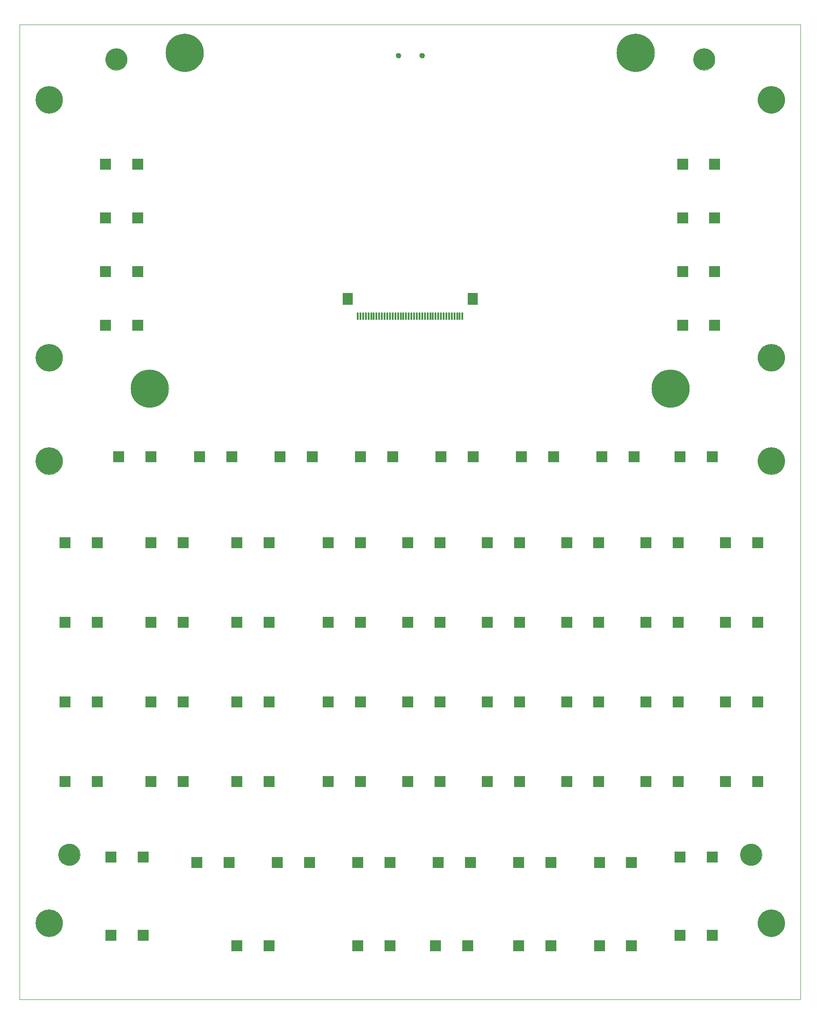
<source format=gts>
G75*
%MOIN*%
%OFA0B0*%
%FSLAX25Y25*%
%IPPOS*%
%LPD*%
%AMOC8*
5,1,8,0,0,1.08239X$1,22.5*
%
%ADD10C,0.00000*%
%ADD11C,0.15948*%
%ADD12C,0.27759*%
%ADD13C,0.19885*%
%ADD14R,0.08074X0.08074*%
%ADD15R,0.01381X0.05318*%
%ADD16R,0.07287X0.08861*%
%ADD17C,0.03743*%
D10*
X0001000Y0001000D02*
X0001000Y0715567D01*
X0573835Y0715567D01*
X0573835Y0001000D01*
X0001000Y0001000D01*
X0012811Y0057102D02*
X0012814Y0057344D01*
X0012823Y0057585D01*
X0012838Y0057826D01*
X0012858Y0058067D01*
X0012885Y0058307D01*
X0012918Y0058546D01*
X0012956Y0058785D01*
X0013000Y0059022D01*
X0013050Y0059259D01*
X0013106Y0059494D01*
X0013168Y0059727D01*
X0013235Y0059959D01*
X0013308Y0060190D01*
X0013386Y0060418D01*
X0013471Y0060644D01*
X0013560Y0060869D01*
X0013655Y0061091D01*
X0013756Y0061310D01*
X0013862Y0061528D01*
X0013973Y0061742D01*
X0014090Y0061954D01*
X0014211Y0062162D01*
X0014338Y0062368D01*
X0014470Y0062570D01*
X0014607Y0062770D01*
X0014748Y0062965D01*
X0014894Y0063158D01*
X0015045Y0063346D01*
X0015201Y0063531D01*
X0015361Y0063712D01*
X0015525Y0063889D01*
X0015694Y0064062D01*
X0015867Y0064231D01*
X0016044Y0064395D01*
X0016225Y0064555D01*
X0016410Y0064711D01*
X0016598Y0064862D01*
X0016791Y0065008D01*
X0016986Y0065149D01*
X0017186Y0065286D01*
X0017388Y0065418D01*
X0017594Y0065545D01*
X0017802Y0065666D01*
X0018014Y0065783D01*
X0018228Y0065894D01*
X0018446Y0066000D01*
X0018665Y0066101D01*
X0018887Y0066196D01*
X0019112Y0066285D01*
X0019338Y0066370D01*
X0019566Y0066448D01*
X0019797Y0066521D01*
X0020029Y0066588D01*
X0020262Y0066650D01*
X0020497Y0066706D01*
X0020734Y0066756D01*
X0020971Y0066800D01*
X0021210Y0066838D01*
X0021449Y0066871D01*
X0021689Y0066898D01*
X0021930Y0066918D01*
X0022171Y0066933D01*
X0022412Y0066942D01*
X0022654Y0066945D01*
X0022896Y0066942D01*
X0023137Y0066933D01*
X0023378Y0066918D01*
X0023619Y0066898D01*
X0023859Y0066871D01*
X0024098Y0066838D01*
X0024337Y0066800D01*
X0024574Y0066756D01*
X0024811Y0066706D01*
X0025046Y0066650D01*
X0025279Y0066588D01*
X0025511Y0066521D01*
X0025742Y0066448D01*
X0025970Y0066370D01*
X0026196Y0066285D01*
X0026421Y0066196D01*
X0026643Y0066101D01*
X0026862Y0066000D01*
X0027080Y0065894D01*
X0027294Y0065783D01*
X0027506Y0065666D01*
X0027714Y0065545D01*
X0027920Y0065418D01*
X0028122Y0065286D01*
X0028322Y0065149D01*
X0028517Y0065008D01*
X0028710Y0064862D01*
X0028898Y0064711D01*
X0029083Y0064555D01*
X0029264Y0064395D01*
X0029441Y0064231D01*
X0029614Y0064062D01*
X0029783Y0063889D01*
X0029947Y0063712D01*
X0030107Y0063531D01*
X0030263Y0063346D01*
X0030414Y0063158D01*
X0030560Y0062965D01*
X0030701Y0062770D01*
X0030838Y0062570D01*
X0030970Y0062368D01*
X0031097Y0062162D01*
X0031218Y0061954D01*
X0031335Y0061742D01*
X0031446Y0061528D01*
X0031552Y0061310D01*
X0031653Y0061091D01*
X0031748Y0060869D01*
X0031837Y0060644D01*
X0031922Y0060418D01*
X0032000Y0060190D01*
X0032073Y0059959D01*
X0032140Y0059727D01*
X0032202Y0059494D01*
X0032258Y0059259D01*
X0032308Y0059022D01*
X0032352Y0058785D01*
X0032390Y0058546D01*
X0032423Y0058307D01*
X0032450Y0058067D01*
X0032470Y0057826D01*
X0032485Y0057585D01*
X0032494Y0057344D01*
X0032497Y0057102D01*
X0032494Y0056860D01*
X0032485Y0056619D01*
X0032470Y0056378D01*
X0032450Y0056137D01*
X0032423Y0055897D01*
X0032390Y0055658D01*
X0032352Y0055419D01*
X0032308Y0055182D01*
X0032258Y0054945D01*
X0032202Y0054710D01*
X0032140Y0054477D01*
X0032073Y0054245D01*
X0032000Y0054014D01*
X0031922Y0053786D01*
X0031837Y0053560D01*
X0031748Y0053335D01*
X0031653Y0053113D01*
X0031552Y0052894D01*
X0031446Y0052676D01*
X0031335Y0052462D01*
X0031218Y0052250D01*
X0031097Y0052042D01*
X0030970Y0051836D01*
X0030838Y0051634D01*
X0030701Y0051434D01*
X0030560Y0051239D01*
X0030414Y0051046D01*
X0030263Y0050858D01*
X0030107Y0050673D01*
X0029947Y0050492D01*
X0029783Y0050315D01*
X0029614Y0050142D01*
X0029441Y0049973D01*
X0029264Y0049809D01*
X0029083Y0049649D01*
X0028898Y0049493D01*
X0028710Y0049342D01*
X0028517Y0049196D01*
X0028322Y0049055D01*
X0028122Y0048918D01*
X0027920Y0048786D01*
X0027714Y0048659D01*
X0027506Y0048538D01*
X0027294Y0048421D01*
X0027080Y0048310D01*
X0026862Y0048204D01*
X0026643Y0048103D01*
X0026421Y0048008D01*
X0026196Y0047919D01*
X0025970Y0047834D01*
X0025742Y0047756D01*
X0025511Y0047683D01*
X0025279Y0047616D01*
X0025046Y0047554D01*
X0024811Y0047498D01*
X0024574Y0047448D01*
X0024337Y0047404D01*
X0024098Y0047366D01*
X0023859Y0047333D01*
X0023619Y0047306D01*
X0023378Y0047286D01*
X0023137Y0047271D01*
X0022896Y0047262D01*
X0022654Y0047259D01*
X0022412Y0047262D01*
X0022171Y0047271D01*
X0021930Y0047286D01*
X0021689Y0047306D01*
X0021449Y0047333D01*
X0021210Y0047366D01*
X0020971Y0047404D01*
X0020734Y0047448D01*
X0020497Y0047498D01*
X0020262Y0047554D01*
X0020029Y0047616D01*
X0019797Y0047683D01*
X0019566Y0047756D01*
X0019338Y0047834D01*
X0019112Y0047919D01*
X0018887Y0048008D01*
X0018665Y0048103D01*
X0018446Y0048204D01*
X0018228Y0048310D01*
X0018014Y0048421D01*
X0017802Y0048538D01*
X0017594Y0048659D01*
X0017388Y0048786D01*
X0017186Y0048918D01*
X0016986Y0049055D01*
X0016791Y0049196D01*
X0016598Y0049342D01*
X0016410Y0049493D01*
X0016225Y0049649D01*
X0016044Y0049809D01*
X0015867Y0049973D01*
X0015694Y0050142D01*
X0015525Y0050315D01*
X0015361Y0050492D01*
X0015201Y0050673D01*
X0015045Y0050858D01*
X0014894Y0051046D01*
X0014748Y0051239D01*
X0014607Y0051434D01*
X0014470Y0051634D01*
X0014338Y0051836D01*
X0014211Y0052042D01*
X0014090Y0052250D01*
X0013973Y0052462D01*
X0013862Y0052676D01*
X0013756Y0052894D01*
X0013655Y0053113D01*
X0013560Y0053335D01*
X0013471Y0053560D01*
X0013386Y0053786D01*
X0013308Y0054014D01*
X0013235Y0054245D01*
X0013168Y0054477D01*
X0013106Y0054710D01*
X0013050Y0054945D01*
X0013000Y0055182D01*
X0012956Y0055419D01*
X0012918Y0055658D01*
X0012885Y0055897D01*
X0012858Y0056137D01*
X0012838Y0056378D01*
X0012823Y0056619D01*
X0012814Y0056860D01*
X0012811Y0057102D01*
X0029543Y0107299D02*
X0029545Y0107492D01*
X0029552Y0107685D01*
X0029564Y0107878D01*
X0029581Y0108071D01*
X0029602Y0108263D01*
X0029628Y0108454D01*
X0029659Y0108645D01*
X0029694Y0108835D01*
X0029734Y0109024D01*
X0029779Y0109212D01*
X0029828Y0109399D01*
X0029882Y0109585D01*
X0029940Y0109769D01*
X0030003Y0109952D01*
X0030071Y0110133D01*
X0030142Y0110312D01*
X0030219Y0110490D01*
X0030299Y0110666D01*
X0030384Y0110839D01*
X0030473Y0111011D01*
X0030566Y0111180D01*
X0030663Y0111347D01*
X0030765Y0111512D01*
X0030870Y0111674D01*
X0030979Y0111833D01*
X0031093Y0111990D01*
X0031210Y0112143D01*
X0031330Y0112294D01*
X0031455Y0112442D01*
X0031583Y0112587D01*
X0031714Y0112728D01*
X0031849Y0112867D01*
X0031988Y0113002D01*
X0032129Y0113133D01*
X0032274Y0113261D01*
X0032422Y0113386D01*
X0032573Y0113506D01*
X0032726Y0113623D01*
X0032883Y0113737D01*
X0033042Y0113846D01*
X0033204Y0113951D01*
X0033369Y0114053D01*
X0033536Y0114150D01*
X0033705Y0114243D01*
X0033877Y0114332D01*
X0034050Y0114417D01*
X0034226Y0114497D01*
X0034404Y0114574D01*
X0034583Y0114645D01*
X0034764Y0114713D01*
X0034947Y0114776D01*
X0035131Y0114834D01*
X0035317Y0114888D01*
X0035504Y0114937D01*
X0035692Y0114982D01*
X0035881Y0115022D01*
X0036071Y0115057D01*
X0036262Y0115088D01*
X0036453Y0115114D01*
X0036645Y0115135D01*
X0036838Y0115152D01*
X0037031Y0115164D01*
X0037224Y0115171D01*
X0037417Y0115173D01*
X0037610Y0115171D01*
X0037803Y0115164D01*
X0037996Y0115152D01*
X0038189Y0115135D01*
X0038381Y0115114D01*
X0038572Y0115088D01*
X0038763Y0115057D01*
X0038953Y0115022D01*
X0039142Y0114982D01*
X0039330Y0114937D01*
X0039517Y0114888D01*
X0039703Y0114834D01*
X0039887Y0114776D01*
X0040070Y0114713D01*
X0040251Y0114645D01*
X0040430Y0114574D01*
X0040608Y0114497D01*
X0040784Y0114417D01*
X0040957Y0114332D01*
X0041129Y0114243D01*
X0041298Y0114150D01*
X0041465Y0114053D01*
X0041630Y0113951D01*
X0041792Y0113846D01*
X0041951Y0113737D01*
X0042108Y0113623D01*
X0042261Y0113506D01*
X0042412Y0113386D01*
X0042560Y0113261D01*
X0042705Y0113133D01*
X0042846Y0113002D01*
X0042985Y0112867D01*
X0043120Y0112728D01*
X0043251Y0112587D01*
X0043379Y0112442D01*
X0043504Y0112294D01*
X0043624Y0112143D01*
X0043741Y0111990D01*
X0043855Y0111833D01*
X0043964Y0111674D01*
X0044069Y0111512D01*
X0044171Y0111347D01*
X0044268Y0111180D01*
X0044361Y0111011D01*
X0044450Y0110839D01*
X0044535Y0110666D01*
X0044615Y0110490D01*
X0044692Y0110312D01*
X0044763Y0110133D01*
X0044831Y0109952D01*
X0044894Y0109769D01*
X0044952Y0109585D01*
X0045006Y0109399D01*
X0045055Y0109212D01*
X0045100Y0109024D01*
X0045140Y0108835D01*
X0045175Y0108645D01*
X0045206Y0108454D01*
X0045232Y0108263D01*
X0045253Y0108071D01*
X0045270Y0107878D01*
X0045282Y0107685D01*
X0045289Y0107492D01*
X0045291Y0107299D01*
X0045289Y0107106D01*
X0045282Y0106913D01*
X0045270Y0106720D01*
X0045253Y0106527D01*
X0045232Y0106335D01*
X0045206Y0106144D01*
X0045175Y0105953D01*
X0045140Y0105763D01*
X0045100Y0105574D01*
X0045055Y0105386D01*
X0045006Y0105199D01*
X0044952Y0105013D01*
X0044894Y0104829D01*
X0044831Y0104646D01*
X0044763Y0104465D01*
X0044692Y0104286D01*
X0044615Y0104108D01*
X0044535Y0103932D01*
X0044450Y0103759D01*
X0044361Y0103587D01*
X0044268Y0103418D01*
X0044171Y0103251D01*
X0044069Y0103086D01*
X0043964Y0102924D01*
X0043855Y0102765D01*
X0043741Y0102608D01*
X0043624Y0102455D01*
X0043504Y0102304D01*
X0043379Y0102156D01*
X0043251Y0102011D01*
X0043120Y0101870D01*
X0042985Y0101731D01*
X0042846Y0101596D01*
X0042705Y0101465D01*
X0042560Y0101337D01*
X0042412Y0101212D01*
X0042261Y0101092D01*
X0042108Y0100975D01*
X0041951Y0100861D01*
X0041792Y0100752D01*
X0041630Y0100647D01*
X0041465Y0100545D01*
X0041298Y0100448D01*
X0041129Y0100355D01*
X0040957Y0100266D01*
X0040784Y0100181D01*
X0040608Y0100101D01*
X0040430Y0100024D01*
X0040251Y0099953D01*
X0040070Y0099885D01*
X0039887Y0099822D01*
X0039703Y0099764D01*
X0039517Y0099710D01*
X0039330Y0099661D01*
X0039142Y0099616D01*
X0038953Y0099576D01*
X0038763Y0099541D01*
X0038572Y0099510D01*
X0038381Y0099484D01*
X0038189Y0099463D01*
X0037996Y0099446D01*
X0037803Y0099434D01*
X0037610Y0099427D01*
X0037417Y0099425D01*
X0037224Y0099427D01*
X0037031Y0099434D01*
X0036838Y0099446D01*
X0036645Y0099463D01*
X0036453Y0099484D01*
X0036262Y0099510D01*
X0036071Y0099541D01*
X0035881Y0099576D01*
X0035692Y0099616D01*
X0035504Y0099661D01*
X0035317Y0099710D01*
X0035131Y0099764D01*
X0034947Y0099822D01*
X0034764Y0099885D01*
X0034583Y0099953D01*
X0034404Y0100024D01*
X0034226Y0100101D01*
X0034050Y0100181D01*
X0033877Y0100266D01*
X0033705Y0100355D01*
X0033536Y0100448D01*
X0033369Y0100545D01*
X0033204Y0100647D01*
X0033042Y0100752D01*
X0032883Y0100861D01*
X0032726Y0100975D01*
X0032573Y0101092D01*
X0032422Y0101212D01*
X0032274Y0101337D01*
X0032129Y0101465D01*
X0031988Y0101596D01*
X0031849Y0101731D01*
X0031714Y0101870D01*
X0031583Y0102011D01*
X0031455Y0102156D01*
X0031330Y0102304D01*
X0031210Y0102455D01*
X0031093Y0102608D01*
X0030979Y0102765D01*
X0030870Y0102924D01*
X0030765Y0103086D01*
X0030663Y0103251D01*
X0030566Y0103418D01*
X0030473Y0103587D01*
X0030384Y0103759D01*
X0030299Y0103932D01*
X0030219Y0104108D01*
X0030142Y0104286D01*
X0030071Y0104465D01*
X0030003Y0104646D01*
X0029940Y0104829D01*
X0029882Y0105013D01*
X0029828Y0105199D01*
X0029779Y0105386D01*
X0029734Y0105574D01*
X0029694Y0105763D01*
X0029659Y0105953D01*
X0029628Y0106144D01*
X0029602Y0106335D01*
X0029581Y0106527D01*
X0029564Y0106720D01*
X0029552Y0106913D01*
X0029545Y0107106D01*
X0029543Y0107299D01*
X0012811Y0395685D02*
X0012814Y0395927D01*
X0012823Y0396168D01*
X0012838Y0396409D01*
X0012858Y0396650D01*
X0012885Y0396890D01*
X0012918Y0397129D01*
X0012956Y0397368D01*
X0013000Y0397605D01*
X0013050Y0397842D01*
X0013106Y0398077D01*
X0013168Y0398310D01*
X0013235Y0398542D01*
X0013308Y0398773D01*
X0013386Y0399001D01*
X0013471Y0399227D01*
X0013560Y0399452D01*
X0013655Y0399674D01*
X0013756Y0399893D01*
X0013862Y0400111D01*
X0013973Y0400325D01*
X0014090Y0400537D01*
X0014211Y0400745D01*
X0014338Y0400951D01*
X0014470Y0401153D01*
X0014607Y0401353D01*
X0014748Y0401548D01*
X0014894Y0401741D01*
X0015045Y0401929D01*
X0015201Y0402114D01*
X0015361Y0402295D01*
X0015525Y0402472D01*
X0015694Y0402645D01*
X0015867Y0402814D01*
X0016044Y0402978D01*
X0016225Y0403138D01*
X0016410Y0403294D01*
X0016598Y0403445D01*
X0016791Y0403591D01*
X0016986Y0403732D01*
X0017186Y0403869D01*
X0017388Y0404001D01*
X0017594Y0404128D01*
X0017802Y0404249D01*
X0018014Y0404366D01*
X0018228Y0404477D01*
X0018446Y0404583D01*
X0018665Y0404684D01*
X0018887Y0404779D01*
X0019112Y0404868D01*
X0019338Y0404953D01*
X0019566Y0405031D01*
X0019797Y0405104D01*
X0020029Y0405171D01*
X0020262Y0405233D01*
X0020497Y0405289D01*
X0020734Y0405339D01*
X0020971Y0405383D01*
X0021210Y0405421D01*
X0021449Y0405454D01*
X0021689Y0405481D01*
X0021930Y0405501D01*
X0022171Y0405516D01*
X0022412Y0405525D01*
X0022654Y0405528D01*
X0022896Y0405525D01*
X0023137Y0405516D01*
X0023378Y0405501D01*
X0023619Y0405481D01*
X0023859Y0405454D01*
X0024098Y0405421D01*
X0024337Y0405383D01*
X0024574Y0405339D01*
X0024811Y0405289D01*
X0025046Y0405233D01*
X0025279Y0405171D01*
X0025511Y0405104D01*
X0025742Y0405031D01*
X0025970Y0404953D01*
X0026196Y0404868D01*
X0026421Y0404779D01*
X0026643Y0404684D01*
X0026862Y0404583D01*
X0027080Y0404477D01*
X0027294Y0404366D01*
X0027506Y0404249D01*
X0027714Y0404128D01*
X0027920Y0404001D01*
X0028122Y0403869D01*
X0028322Y0403732D01*
X0028517Y0403591D01*
X0028710Y0403445D01*
X0028898Y0403294D01*
X0029083Y0403138D01*
X0029264Y0402978D01*
X0029441Y0402814D01*
X0029614Y0402645D01*
X0029783Y0402472D01*
X0029947Y0402295D01*
X0030107Y0402114D01*
X0030263Y0401929D01*
X0030414Y0401741D01*
X0030560Y0401548D01*
X0030701Y0401353D01*
X0030838Y0401153D01*
X0030970Y0400951D01*
X0031097Y0400745D01*
X0031218Y0400537D01*
X0031335Y0400325D01*
X0031446Y0400111D01*
X0031552Y0399893D01*
X0031653Y0399674D01*
X0031748Y0399452D01*
X0031837Y0399227D01*
X0031922Y0399001D01*
X0032000Y0398773D01*
X0032073Y0398542D01*
X0032140Y0398310D01*
X0032202Y0398077D01*
X0032258Y0397842D01*
X0032308Y0397605D01*
X0032352Y0397368D01*
X0032390Y0397129D01*
X0032423Y0396890D01*
X0032450Y0396650D01*
X0032470Y0396409D01*
X0032485Y0396168D01*
X0032494Y0395927D01*
X0032497Y0395685D01*
X0032494Y0395443D01*
X0032485Y0395202D01*
X0032470Y0394961D01*
X0032450Y0394720D01*
X0032423Y0394480D01*
X0032390Y0394241D01*
X0032352Y0394002D01*
X0032308Y0393765D01*
X0032258Y0393528D01*
X0032202Y0393293D01*
X0032140Y0393060D01*
X0032073Y0392828D01*
X0032000Y0392597D01*
X0031922Y0392369D01*
X0031837Y0392143D01*
X0031748Y0391918D01*
X0031653Y0391696D01*
X0031552Y0391477D01*
X0031446Y0391259D01*
X0031335Y0391045D01*
X0031218Y0390833D01*
X0031097Y0390625D01*
X0030970Y0390419D01*
X0030838Y0390217D01*
X0030701Y0390017D01*
X0030560Y0389822D01*
X0030414Y0389629D01*
X0030263Y0389441D01*
X0030107Y0389256D01*
X0029947Y0389075D01*
X0029783Y0388898D01*
X0029614Y0388725D01*
X0029441Y0388556D01*
X0029264Y0388392D01*
X0029083Y0388232D01*
X0028898Y0388076D01*
X0028710Y0387925D01*
X0028517Y0387779D01*
X0028322Y0387638D01*
X0028122Y0387501D01*
X0027920Y0387369D01*
X0027714Y0387242D01*
X0027506Y0387121D01*
X0027294Y0387004D01*
X0027080Y0386893D01*
X0026862Y0386787D01*
X0026643Y0386686D01*
X0026421Y0386591D01*
X0026196Y0386502D01*
X0025970Y0386417D01*
X0025742Y0386339D01*
X0025511Y0386266D01*
X0025279Y0386199D01*
X0025046Y0386137D01*
X0024811Y0386081D01*
X0024574Y0386031D01*
X0024337Y0385987D01*
X0024098Y0385949D01*
X0023859Y0385916D01*
X0023619Y0385889D01*
X0023378Y0385869D01*
X0023137Y0385854D01*
X0022896Y0385845D01*
X0022654Y0385842D01*
X0022412Y0385845D01*
X0022171Y0385854D01*
X0021930Y0385869D01*
X0021689Y0385889D01*
X0021449Y0385916D01*
X0021210Y0385949D01*
X0020971Y0385987D01*
X0020734Y0386031D01*
X0020497Y0386081D01*
X0020262Y0386137D01*
X0020029Y0386199D01*
X0019797Y0386266D01*
X0019566Y0386339D01*
X0019338Y0386417D01*
X0019112Y0386502D01*
X0018887Y0386591D01*
X0018665Y0386686D01*
X0018446Y0386787D01*
X0018228Y0386893D01*
X0018014Y0387004D01*
X0017802Y0387121D01*
X0017594Y0387242D01*
X0017388Y0387369D01*
X0017186Y0387501D01*
X0016986Y0387638D01*
X0016791Y0387779D01*
X0016598Y0387925D01*
X0016410Y0388076D01*
X0016225Y0388232D01*
X0016044Y0388392D01*
X0015867Y0388556D01*
X0015694Y0388725D01*
X0015525Y0388898D01*
X0015361Y0389075D01*
X0015201Y0389256D01*
X0015045Y0389441D01*
X0014894Y0389629D01*
X0014748Y0389822D01*
X0014607Y0390017D01*
X0014470Y0390217D01*
X0014338Y0390419D01*
X0014211Y0390625D01*
X0014090Y0390833D01*
X0013973Y0391045D01*
X0013862Y0391259D01*
X0013756Y0391477D01*
X0013655Y0391696D01*
X0013560Y0391918D01*
X0013471Y0392143D01*
X0013386Y0392369D01*
X0013308Y0392597D01*
X0013235Y0392828D01*
X0013168Y0393060D01*
X0013106Y0393293D01*
X0013050Y0393528D01*
X0013000Y0393765D01*
X0012956Y0394002D01*
X0012918Y0394241D01*
X0012885Y0394480D01*
X0012858Y0394720D01*
X0012838Y0394961D01*
X0012823Y0395202D01*
X0012814Y0395443D01*
X0012811Y0395685D01*
X0012811Y0471472D02*
X0012814Y0471714D01*
X0012823Y0471955D01*
X0012838Y0472196D01*
X0012858Y0472437D01*
X0012885Y0472677D01*
X0012918Y0472916D01*
X0012956Y0473155D01*
X0013000Y0473392D01*
X0013050Y0473629D01*
X0013106Y0473864D01*
X0013168Y0474097D01*
X0013235Y0474329D01*
X0013308Y0474560D01*
X0013386Y0474788D01*
X0013471Y0475014D01*
X0013560Y0475239D01*
X0013655Y0475461D01*
X0013756Y0475680D01*
X0013862Y0475898D01*
X0013973Y0476112D01*
X0014090Y0476324D01*
X0014211Y0476532D01*
X0014338Y0476738D01*
X0014470Y0476940D01*
X0014607Y0477140D01*
X0014748Y0477335D01*
X0014894Y0477528D01*
X0015045Y0477716D01*
X0015201Y0477901D01*
X0015361Y0478082D01*
X0015525Y0478259D01*
X0015694Y0478432D01*
X0015867Y0478601D01*
X0016044Y0478765D01*
X0016225Y0478925D01*
X0016410Y0479081D01*
X0016598Y0479232D01*
X0016791Y0479378D01*
X0016986Y0479519D01*
X0017186Y0479656D01*
X0017388Y0479788D01*
X0017594Y0479915D01*
X0017802Y0480036D01*
X0018014Y0480153D01*
X0018228Y0480264D01*
X0018446Y0480370D01*
X0018665Y0480471D01*
X0018887Y0480566D01*
X0019112Y0480655D01*
X0019338Y0480740D01*
X0019566Y0480818D01*
X0019797Y0480891D01*
X0020029Y0480958D01*
X0020262Y0481020D01*
X0020497Y0481076D01*
X0020734Y0481126D01*
X0020971Y0481170D01*
X0021210Y0481208D01*
X0021449Y0481241D01*
X0021689Y0481268D01*
X0021930Y0481288D01*
X0022171Y0481303D01*
X0022412Y0481312D01*
X0022654Y0481315D01*
X0022896Y0481312D01*
X0023137Y0481303D01*
X0023378Y0481288D01*
X0023619Y0481268D01*
X0023859Y0481241D01*
X0024098Y0481208D01*
X0024337Y0481170D01*
X0024574Y0481126D01*
X0024811Y0481076D01*
X0025046Y0481020D01*
X0025279Y0480958D01*
X0025511Y0480891D01*
X0025742Y0480818D01*
X0025970Y0480740D01*
X0026196Y0480655D01*
X0026421Y0480566D01*
X0026643Y0480471D01*
X0026862Y0480370D01*
X0027080Y0480264D01*
X0027294Y0480153D01*
X0027506Y0480036D01*
X0027714Y0479915D01*
X0027920Y0479788D01*
X0028122Y0479656D01*
X0028322Y0479519D01*
X0028517Y0479378D01*
X0028710Y0479232D01*
X0028898Y0479081D01*
X0029083Y0478925D01*
X0029264Y0478765D01*
X0029441Y0478601D01*
X0029614Y0478432D01*
X0029783Y0478259D01*
X0029947Y0478082D01*
X0030107Y0477901D01*
X0030263Y0477716D01*
X0030414Y0477528D01*
X0030560Y0477335D01*
X0030701Y0477140D01*
X0030838Y0476940D01*
X0030970Y0476738D01*
X0031097Y0476532D01*
X0031218Y0476324D01*
X0031335Y0476112D01*
X0031446Y0475898D01*
X0031552Y0475680D01*
X0031653Y0475461D01*
X0031748Y0475239D01*
X0031837Y0475014D01*
X0031922Y0474788D01*
X0032000Y0474560D01*
X0032073Y0474329D01*
X0032140Y0474097D01*
X0032202Y0473864D01*
X0032258Y0473629D01*
X0032308Y0473392D01*
X0032352Y0473155D01*
X0032390Y0472916D01*
X0032423Y0472677D01*
X0032450Y0472437D01*
X0032470Y0472196D01*
X0032485Y0471955D01*
X0032494Y0471714D01*
X0032497Y0471472D01*
X0032494Y0471230D01*
X0032485Y0470989D01*
X0032470Y0470748D01*
X0032450Y0470507D01*
X0032423Y0470267D01*
X0032390Y0470028D01*
X0032352Y0469789D01*
X0032308Y0469552D01*
X0032258Y0469315D01*
X0032202Y0469080D01*
X0032140Y0468847D01*
X0032073Y0468615D01*
X0032000Y0468384D01*
X0031922Y0468156D01*
X0031837Y0467930D01*
X0031748Y0467705D01*
X0031653Y0467483D01*
X0031552Y0467264D01*
X0031446Y0467046D01*
X0031335Y0466832D01*
X0031218Y0466620D01*
X0031097Y0466412D01*
X0030970Y0466206D01*
X0030838Y0466004D01*
X0030701Y0465804D01*
X0030560Y0465609D01*
X0030414Y0465416D01*
X0030263Y0465228D01*
X0030107Y0465043D01*
X0029947Y0464862D01*
X0029783Y0464685D01*
X0029614Y0464512D01*
X0029441Y0464343D01*
X0029264Y0464179D01*
X0029083Y0464019D01*
X0028898Y0463863D01*
X0028710Y0463712D01*
X0028517Y0463566D01*
X0028322Y0463425D01*
X0028122Y0463288D01*
X0027920Y0463156D01*
X0027714Y0463029D01*
X0027506Y0462908D01*
X0027294Y0462791D01*
X0027080Y0462680D01*
X0026862Y0462574D01*
X0026643Y0462473D01*
X0026421Y0462378D01*
X0026196Y0462289D01*
X0025970Y0462204D01*
X0025742Y0462126D01*
X0025511Y0462053D01*
X0025279Y0461986D01*
X0025046Y0461924D01*
X0024811Y0461868D01*
X0024574Y0461818D01*
X0024337Y0461774D01*
X0024098Y0461736D01*
X0023859Y0461703D01*
X0023619Y0461676D01*
X0023378Y0461656D01*
X0023137Y0461641D01*
X0022896Y0461632D01*
X0022654Y0461629D01*
X0022412Y0461632D01*
X0022171Y0461641D01*
X0021930Y0461656D01*
X0021689Y0461676D01*
X0021449Y0461703D01*
X0021210Y0461736D01*
X0020971Y0461774D01*
X0020734Y0461818D01*
X0020497Y0461868D01*
X0020262Y0461924D01*
X0020029Y0461986D01*
X0019797Y0462053D01*
X0019566Y0462126D01*
X0019338Y0462204D01*
X0019112Y0462289D01*
X0018887Y0462378D01*
X0018665Y0462473D01*
X0018446Y0462574D01*
X0018228Y0462680D01*
X0018014Y0462791D01*
X0017802Y0462908D01*
X0017594Y0463029D01*
X0017388Y0463156D01*
X0017186Y0463288D01*
X0016986Y0463425D01*
X0016791Y0463566D01*
X0016598Y0463712D01*
X0016410Y0463863D01*
X0016225Y0464019D01*
X0016044Y0464179D01*
X0015867Y0464343D01*
X0015694Y0464512D01*
X0015525Y0464685D01*
X0015361Y0464862D01*
X0015201Y0465043D01*
X0015045Y0465228D01*
X0014894Y0465416D01*
X0014748Y0465609D01*
X0014607Y0465804D01*
X0014470Y0466004D01*
X0014338Y0466206D01*
X0014211Y0466412D01*
X0014090Y0466620D01*
X0013973Y0466832D01*
X0013862Y0467046D01*
X0013756Y0467264D01*
X0013655Y0467483D01*
X0013560Y0467705D01*
X0013471Y0467930D01*
X0013386Y0468156D01*
X0013308Y0468384D01*
X0013235Y0468615D01*
X0013168Y0468847D01*
X0013106Y0469080D01*
X0013050Y0469315D01*
X0013000Y0469552D01*
X0012956Y0469789D01*
X0012918Y0470028D01*
X0012885Y0470267D01*
X0012858Y0470507D01*
X0012838Y0470748D01*
X0012823Y0470989D01*
X0012814Y0471230D01*
X0012811Y0471472D01*
X0082692Y0448835D02*
X0082696Y0449173D01*
X0082709Y0449511D01*
X0082729Y0449849D01*
X0082758Y0450186D01*
X0082796Y0450522D01*
X0082841Y0450857D01*
X0082895Y0451191D01*
X0082957Y0451523D01*
X0083027Y0451854D01*
X0083105Y0452183D01*
X0083191Y0452510D01*
X0083285Y0452835D01*
X0083388Y0453158D01*
X0083498Y0453477D01*
X0083615Y0453794D01*
X0083741Y0454108D01*
X0083874Y0454419D01*
X0084015Y0454727D01*
X0084163Y0455031D01*
X0084319Y0455331D01*
X0084482Y0455627D01*
X0084652Y0455919D01*
X0084830Y0456207D01*
X0085014Y0456491D01*
X0085206Y0456770D01*
X0085404Y0457044D01*
X0085609Y0457313D01*
X0085820Y0457577D01*
X0086038Y0457836D01*
X0086262Y0458089D01*
X0086492Y0458337D01*
X0086728Y0458579D01*
X0086970Y0458815D01*
X0087218Y0459045D01*
X0087471Y0459269D01*
X0087730Y0459487D01*
X0087994Y0459698D01*
X0088263Y0459903D01*
X0088537Y0460101D01*
X0088816Y0460293D01*
X0089100Y0460477D01*
X0089388Y0460655D01*
X0089680Y0460825D01*
X0089976Y0460988D01*
X0090276Y0461144D01*
X0090580Y0461292D01*
X0090888Y0461433D01*
X0091199Y0461566D01*
X0091513Y0461692D01*
X0091830Y0461809D01*
X0092149Y0461919D01*
X0092472Y0462022D01*
X0092797Y0462116D01*
X0093124Y0462202D01*
X0093453Y0462280D01*
X0093784Y0462350D01*
X0094116Y0462412D01*
X0094450Y0462466D01*
X0094785Y0462511D01*
X0095121Y0462549D01*
X0095458Y0462578D01*
X0095796Y0462598D01*
X0096134Y0462611D01*
X0096472Y0462615D01*
X0096810Y0462611D01*
X0097148Y0462598D01*
X0097486Y0462578D01*
X0097823Y0462549D01*
X0098159Y0462511D01*
X0098494Y0462466D01*
X0098828Y0462412D01*
X0099160Y0462350D01*
X0099491Y0462280D01*
X0099820Y0462202D01*
X0100147Y0462116D01*
X0100472Y0462022D01*
X0100795Y0461919D01*
X0101114Y0461809D01*
X0101431Y0461692D01*
X0101745Y0461566D01*
X0102056Y0461433D01*
X0102364Y0461292D01*
X0102668Y0461144D01*
X0102968Y0460988D01*
X0103264Y0460825D01*
X0103556Y0460655D01*
X0103844Y0460477D01*
X0104128Y0460293D01*
X0104407Y0460101D01*
X0104681Y0459903D01*
X0104950Y0459698D01*
X0105214Y0459487D01*
X0105473Y0459269D01*
X0105726Y0459045D01*
X0105974Y0458815D01*
X0106216Y0458579D01*
X0106452Y0458337D01*
X0106682Y0458089D01*
X0106906Y0457836D01*
X0107124Y0457577D01*
X0107335Y0457313D01*
X0107540Y0457044D01*
X0107738Y0456770D01*
X0107930Y0456491D01*
X0108114Y0456207D01*
X0108292Y0455919D01*
X0108462Y0455627D01*
X0108625Y0455331D01*
X0108781Y0455031D01*
X0108929Y0454727D01*
X0109070Y0454419D01*
X0109203Y0454108D01*
X0109329Y0453794D01*
X0109446Y0453477D01*
X0109556Y0453158D01*
X0109659Y0452835D01*
X0109753Y0452510D01*
X0109839Y0452183D01*
X0109917Y0451854D01*
X0109987Y0451523D01*
X0110049Y0451191D01*
X0110103Y0450857D01*
X0110148Y0450522D01*
X0110186Y0450186D01*
X0110215Y0449849D01*
X0110235Y0449511D01*
X0110248Y0449173D01*
X0110252Y0448835D01*
X0110248Y0448497D01*
X0110235Y0448159D01*
X0110215Y0447821D01*
X0110186Y0447484D01*
X0110148Y0447148D01*
X0110103Y0446813D01*
X0110049Y0446479D01*
X0109987Y0446147D01*
X0109917Y0445816D01*
X0109839Y0445487D01*
X0109753Y0445160D01*
X0109659Y0444835D01*
X0109556Y0444512D01*
X0109446Y0444193D01*
X0109329Y0443876D01*
X0109203Y0443562D01*
X0109070Y0443251D01*
X0108929Y0442943D01*
X0108781Y0442639D01*
X0108625Y0442339D01*
X0108462Y0442043D01*
X0108292Y0441751D01*
X0108114Y0441463D01*
X0107930Y0441179D01*
X0107738Y0440900D01*
X0107540Y0440626D01*
X0107335Y0440357D01*
X0107124Y0440093D01*
X0106906Y0439834D01*
X0106682Y0439581D01*
X0106452Y0439333D01*
X0106216Y0439091D01*
X0105974Y0438855D01*
X0105726Y0438625D01*
X0105473Y0438401D01*
X0105214Y0438183D01*
X0104950Y0437972D01*
X0104681Y0437767D01*
X0104407Y0437569D01*
X0104128Y0437377D01*
X0103844Y0437193D01*
X0103556Y0437015D01*
X0103264Y0436845D01*
X0102968Y0436682D01*
X0102668Y0436526D01*
X0102364Y0436378D01*
X0102056Y0436237D01*
X0101745Y0436104D01*
X0101431Y0435978D01*
X0101114Y0435861D01*
X0100795Y0435751D01*
X0100472Y0435648D01*
X0100147Y0435554D01*
X0099820Y0435468D01*
X0099491Y0435390D01*
X0099160Y0435320D01*
X0098828Y0435258D01*
X0098494Y0435204D01*
X0098159Y0435159D01*
X0097823Y0435121D01*
X0097486Y0435092D01*
X0097148Y0435072D01*
X0096810Y0435059D01*
X0096472Y0435055D01*
X0096134Y0435059D01*
X0095796Y0435072D01*
X0095458Y0435092D01*
X0095121Y0435121D01*
X0094785Y0435159D01*
X0094450Y0435204D01*
X0094116Y0435258D01*
X0093784Y0435320D01*
X0093453Y0435390D01*
X0093124Y0435468D01*
X0092797Y0435554D01*
X0092472Y0435648D01*
X0092149Y0435751D01*
X0091830Y0435861D01*
X0091513Y0435978D01*
X0091199Y0436104D01*
X0090888Y0436237D01*
X0090580Y0436378D01*
X0090276Y0436526D01*
X0089976Y0436682D01*
X0089680Y0436845D01*
X0089388Y0437015D01*
X0089100Y0437193D01*
X0088816Y0437377D01*
X0088537Y0437569D01*
X0088263Y0437767D01*
X0087994Y0437972D01*
X0087730Y0438183D01*
X0087471Y0438401D01*
X0087218Y0438625D01*
X0086970Y0438855D01*
X0086728Y0439091D01*
X0086492Y0439333D01*
X0086262Y0439581D01*
X0086038Y0439834D01*
X0085820Y0440093D01*
X0085609Y0440357D01*
X0085404Y0440626D01*
X0085206Y0440900D01*
X0085014Y0441179D01*
X0084830Y0441463D01*
X0084652Y0441751D01*
X0084482Y0442043D01*
X0084319Y0442339D01*
X0084163Y0442639D01*
X0084015Y0442943D01*
X0083874Y0443251D01*
X0083741Y0443562D01*
X0083615Y0443876D01*
X0083498Y0444193D01*
X0083388Y0444512D01*
X0083285Y0444835D01*
X0083191Y0445160D01*
X0083105Y0445487D01*
X0083027Y0445816D01*
X0082957Y0446147D01*
X0082895Y0446479D01*
X0082841Y0446813D01*
X0082796Y0447148D01*
X0082758Y0447484D01*
X0082729Y0447821D01*
X0082709Y0448159D01*
X0082696Y0448497D01*
X0082692Y0448835D01*
X0012811Y0660449D02*
X0012814Y0660691D01*
X0012823Y0660932D01*
X0012838Y0661173D01*
X0012858Y0661414D01*
X0012885Y0661654D01*
X0012918Y0661893D01*
X0012956Y0662132D01*
X0013000Y0662369D01*
X0013050Y0662606D01*
X0013106Y0662841D01*
X0013168Y0663074D01*
X0013235Y0663306D01*
X0013308Y0663537D01*
X0013386Y0663765D01*
X0013471Y0663991D01*
X0013560Y0664216D01*
X0013655Y0664438D01*
X0013756Y0664657D01*
X0013862Y0664875D01*
X0013973Y0665089D01*
X0014090Y0665301D01*
X0014211Y0665509D01*
X0014338Y0665715D01*
X0014470Y0665917D01*
X0014607Y0666117D01*
X0014748Y0666312D01*
X0014894Y0666505D01*
X0015045Y0666693D01*
X0015201Y0666878D01*
X0015361Y0667059D01*
X0015525Y0667236D01*
X0015694Y0667409D01*
X0015867Y0667578D01*
X0016044Y0667742D01*
X0016225Y0667902D01*
X0016410Y0668058D01*
X0016598Y0668209D01*
X0016791Y0668355D01*
X0016986Y0668496D01*
X0017186Y0668633D01*
X0017388Y0668765D01*
X0017594Y0668892D01*
X0017802Y0669013D01*
X0018014Y0669130D01*
X0018228Y0669241D01*
X0018446Y0669347D01*
X0018665Y0669448D01*
X0018887Y0669543D01*
X0019112Y0669632D01*
X0019338Y0669717D01*
X0019566Y0669795D01*
X0019797Y0669868D01*
X0020029Y0669935D01*
X0020262Y0669997D01*
X0020497Y0670053D01*
X0020734Y0670103D01*
X0020971Y0670147D01*
X0021210Y0670185D01*
X0021449Y0670218D01*
X0021689Y0670245D01*
X0021930Y0670265D01*
X0022171Y0670280D01*
X0022412Y0670289D01*
X0022654Y0670292D01*
X0022896Y0670289D01*
X0023137Y0670280D01*
X0023378Y0670265D01*
X0023619Y0670245D01*
X0023859Y0670218D01*
X0024098Y0670185D01*
X0024337Y0670147D01*
X0024574Y0670103D01*
X0024811Y0670053D01*
X0025046Y0669997D01*
X0025279Y0669935D01*
X0025511Y0669868D01*
X0025742Y0669795D01*
X0025970Y0669717D01*
X0026196Y0669632D01*
X0026421Y0669543D01*
X0026643Y0669448D01*
X0026862Y0669347D01*
X0027080Y0669241D01*
X0027294Y0669130D01*
X0027506Y0669013D01*
X0027714Y0668892D01*
X0027920Y0668765D01*
X0028122Y0668633D01*
X0028322Y0668496D01*
X0028517Y0668355D01*
X0028710Y0668209D01*
X0028898Y0668058D01*
X0029083Y0667902D01*
X0029264Y0667742D01*
X0029441Y0667578D01*
X0029614Y0667409D01*
X0029783Y0667236D01*
X0029947Y0667059D01*
X0030107Y0666878D01*
X0030263Y0666693D01*
X0030414Y0666505D01*
X0030560Y0666312D01*
X0030701Y0666117D01*
X0030838Y0665917D01*
X0030970Y0665715D01*
X0031097Y0665509D01*
X0031218Y0665301D01*
X0031335Y0665089D01*
X0031446Y0664875D01*
X0031552Y0664657D01*
X0031653Y0664438D01*
X0031748Y0664216D01*
X0031837Y0663991D01*
X0031922Y0663765D01*
X0032000Y0663537D01*
X0032073Y0663306D01*
X0032140Y0663074D01*
X0032202Y0662841D01*
X0032258Y0662606D01*
X0032308Y0662369D01*
X0032352Y0662132D01*
X0032390Y0661893D01*
X0032423Y0661654D01*
X0032450Y0661414D01*
X0032470Y0661173D01*
X0032485Y0660932D01*
X0032494Y0660691D01*
X0032497Y0660449D01*
X0032494Y0660207D01*
X0032485Y0659966D01*
X0032470Y0659725D01*
X0032450Y0659484D01*
X0032423Y0659244D01*
X0032390Y0659005D01*
X0032352Y0658766D01*
X0032308Y0658529D01*
X0032258Y0658292D01*
X0032202Y0658057D01*
X0032140Y0657824D01*
X0032073Y0657592D01*
X0032000Y0657361D01*
X0031922Y0657133D01*
X0031837Y0656907D01*
X0031748Y0656682D01*
X0031653Y0656460D01*
X0031552Y0656241D01*
X0031446Y0656023D01*
X0031335Y0655809D01*
X0031218Y0655597D01*
X0031097Y0655389D01*
X0030970Y0655183D01*
X0030838Y0654981D01*
X0030701Y0654781D01*
X0030560Y0654586D01*
X0030414Y0654393D01*
X0030263Y0654205D01*
X0030107Y0654020D01*
X0029947Y0653839D01*
X0029783Y0653662D01*
X0029614Y0653489D01*
X0029441Y0653320D01*
X0029264Y0653156D01*
X0029083Y0652996D01*
X0028898Y0652840D01*
X0028710Y0652689D01*
X0028517Y0652543D01*
X0028322Y0652402D01*
X0028122Y0652265D01*
X0027920Y0652133D01*
X0027714Y0652006D01*
X0027506Y0651885D01*
X0027294Y0651768D01*
X0027080Y0651657D01*
X0026862Y0651551D01*
X0026643Y0651450D01*
X0026421Y0651355D01*
X0026196Y0651266D01*
X0025970Y0651181D01*
X0025742Y0651103D01*
X0025511Y0651030D01*
X0025279Y0650963D01*
X0025046Y0650901D01*
X0024811Y0650845D01*
X0024574Y0650795D01*
X0024337Y0650751D01*
X0024098Y0650713D01*
X0023859Y0650680D01*
X0023619Y0650653D01*
X0023378Y0650633D01*
X0023137Y0650618D01*
X0022896Y0650609D01*
X0022654Y0650606D01*
X0022412Y0650609D01*
X0022171Y0650618D01*
X0021930Y0650633D01*
X0021689Y0650653D01*
X0021449Y0650680D01*
X0021210Y0650713D01*
X0020971Y0650751D01*
X0020734Y0650795D01*
X0020497Y0650845D01*
X0020262Y0650901D01*
X0020029Y0650963D01*
X0019797Y0651030D01*
X0019566Y0651103D01*
X0019338Y0651181D01*
X0019112Y0651266D01*
X0018887Y0651355D01*
X0018665Y0651450D01*
X0018446Y0651551D01*
X0018228Y0651657D01*
X0018014Y0651768D01*
X0017802Y0651885D01*
X0017594Y0652006D01*
X0017388Y0652133D01*
X0017186Y0652265D01*
X0016986Y0652402D01*
X0016791Y0652543D01*
X0016598Y0652689D01*
X0016410Y0652840D01*
X0016225Y0652996D01*
X0016044Y0653156D01*
X0015867Y0653320D01*
X0015694Y0653489D01*
X0015525Y0653662D01*
X0015361Y0653839D01*
X0015201Y0654020D01*
X0015045Y0654205D01*
X0014894Y0654393D01*
X0014748Y0654586D01*
X0014607Y0654781D01*
X0014470Y0654981D01*
X0014338Y0655183D01*
X0014211Y0655389D01*
X0014090Y0655597D01*
X0013973Y0655809D01*
X0013862Y0656023D01*
X0013756Y0656241D01*
X0013655Y0656460D01*
X0013560Y0656682D01*
X0013471Y0656907D01*
X0013386Y0657133D01*
X0013308Y0657361D01*
X0013235Y0657592D01*
X0013168Y0657824D01*
X0013106Y0658057D01*
X0013050Y0658292D01*
X0013000Y0658529D01*
X0012956Y0658766D01*
X0012918Y0659005D01*
X0012885Y0659244D01*
X0012858Y0659484D01*
X0012838Y0659725D01*
X0012823Y0659966D01*
X0012814Y0660207D01*
X0012811Y0660449D01*
X0063992Y0689976D02*
X0063994Y0690169D01*
X0064001Y0690362D01*
X0064013Y0690555D01*
X0064030Y0690748D01*
X0064051Y0690940D01*
X0064077Y0691131D01*
X0064108Y0691322D01*
X0064143Y0691512D01*
X0064183Y0691701D01*
X0064228Y0691889D01*
X0064277Y0692076D01*
X0064331Y0692262D01*
X0064389Y0692446D01*
X0064452Y0692629D01*
X0064520Y0692810D01*
X0064591Y0692989D01*
X0064668Y0693167D01*
X0064748Y0693343D01*
X0064833Y0693516D01*
X0064922Y0693688D01*
X0065015Y0693857D01*
X0065112Y0694024D01*
X0065214Y0694189D01*
X0065319Y0694351D01*
X0065428Y0694510D01*
X0065542Y0694667D01*
X0065659Y0694820D01*
X0065779Y0694971D01*
X0065904Y0695119D01*
X0066032Y0695264D01*
X0066163Y0695405D01*
X0066298Y0695544D01*
X0066437Y0695679D01*
X0066578Y0695810D01*
X0066723Y0695938D01*
X0066871Y0696063D01*
X0067022Y0696183D01*
X0067175Y0696300D01*
X0067332Y0696414D01*
X0067491Y0696523D01*
X0067653Y0696628D01*
X0067818Y0696730D01*
X0067985Y0696827D01*
X0068154Y0696920D01*
X0068326Y0697009D01*
X0068499Y0697094D01*
X0068675Y0697174D01*
X0068853Y0697251D01*
X0069032Y0697322D01*
X0069213Y0697390D01*
X0069396Y0697453D01*
X0069580Y0697511D01*
X0069766Y0697565D01*
X0069953Y0697614D01*
X0070141Y0697659D01*
X0070330Y0697699D01*
X0070520Y0697734D01*
X0070711Y0697765D01*
X0070902Y0697791D01*
X0071094Y0697812D01*
X0071287Y0697829D01*
X0071480Y0697841D01*
X0071673Y0697848D01*
X0071866Y0697850D01*
X0072059Y0697848D01*
X0072252Y0697841D01*
X0072445Y0697829D01*
X0072638Y0697812D01*
X0072830Y0697791D01*
X0073021Y0697765D01*
X0073212Y0697734D01*
X0073402Y0697699D01*
X0073591Y0697659D01*
X0073779Y0697614D01*
X0073966Y0697565D01*
X0074152Y0697511D01*
X0074336Y0697453D01*
X0074519Y0697390D01*
X0074700Y0697322D01*
X0074879Y0697251D01*
X0075057Y0697174D01*
X0075233Y0697094D01*
X0075406Y0697009D01*
X0075578Y0696920D01*
X0075747Y0696827D01*
X0075914Y0696730D01*
X0076079Y0696628D01*
X0076241Y0696523D01*
X0076400Y0696414D01*
X0076557Y0696300D01*
X0076710Y0696183D01*
X0076861Y0696063D01*
X0077009Y0695938D01*
X0077154Y0695810D01*
X0077295Y0695679D01*
X0077434Y0695544D01*
X0077569Y0695405D01*
X0077700Y0695264D01*
X0077828Y0695119D01*
X0077953Y0694971D01*
X0078073Y0694820D01*
X0078190Y0694667D01*
X0078304Y0694510D01*
X0078413Y0694351D01*
X0078518Y0694189D01*
X0078620Y0694024D01*
X0078717Y0693857D01*
X0078810Y0693688D01*
X0078899Y0693516D01*
X0078984Y0693343D01*
X0079064Y0693167D01*
X0079141Y0692989D01*
X0079212Y0692810D01*
X0079280Y0692629D01*
X0079343Y0692446D01*
X0079401Y0692262D01*
X0079455Y0692076D01*
X0079504Y0691889D01*
X0079549Y0691701D01*
X0079589Y0691512D01*
X0079624Y0691322D01*
X0079655Y0691131D01*
X0079681Y0690940D01*
X0079702Y0690748D01*
X0079719Y0690555D01*
X0079731Y0690362D01*
X0079738Y0690169D01*
X0079740Y0689976D01*
X0079738Y0689783D01*
X0079731Y0689590D01*
X0079719Y0689397D01*
X0079702Y0689204D01*
X0079681Y0689012D01*
X0079655Y0688821D01*
X0079624Y0688630D01*
X0079589Y0688440D01*
X0079549Y0688251D01*
X0079504Y0688063D01*
X0079455Y0687876D01*
X0079401Y0687690D01*
X0079343Y0687506D01*
X0079280Y0687323D01*
X0079212Y0687142D01*
X0079141Y0686963D01*
X0079064Y0686785D01*
X0078984Y0686609D01*
X0078899Y0686436D01*
X0078810Y0686264D01*
X0078717Y0686095D01*
X0078620Y0685928D01*
X0078518Y0685763D01*
X0078413Y0685601D01*
X0078304Y0685442D01*
X0078190Y0685285D01*
X0078073Y0685132D01*
X0077953Y0684981D01*
X0077828Y0684833D01*
X0077700Y0684688D01*
X0077569Y0684547D01*
X0077434Y0684408D01*
X0077295Y0684273D01*
X0077154Y0684142D01*
X0077009Y0684014D01*
X0076861Y0683889D01*
X0076710Y0683769D01*
X0076557Y0683652D01*
X0076400Y0683538D01*
X0076241Y0683429D01*
X0076079Y0683324D01*
X0075914Y0683222D01*
X0075747Y0683125D01*
X0075578Y0683032D01*
X0075406Y0682943D01*
X0075233Y0682858D01*
X0075057Y0682778D01*
X0074879Y0682701D01*
X0074700Y0682630D01*
X0074519Y0682562D01*
X0074336Y0682499D01*
X0074152Y0682441D01*
X0073966Y0682387D01*
X0073779Y0682338D01*
X0073591Y0682293D01*
X0073402Y0682253D01*
X0073212Y0682218D01*
X0073021Y0682187D01*
X0072830Y0682161D01*
X0072638Y0682140D01*
X0072445Y0682123D01*
X0072252Y0682111D01*
X0072059Y0682104D01*
X0071866Y0682102D01*
X0071673Y0682104D01*
X0071480Y0682111D01*
X0071287Y0682123D01*
X0071094Y0682140D01*
X0070902Y0682161D01*
X0070711Y0682187D01*
X0070520Y0682218D01*
X0070330Y0682253D01*
X0070141Y0682293D01*
X0069953Y0682338D01*
X0069766Y0682387D01*
X0069580Y0682441D01*
X0069396Y0682499D01*
X0069213Y0682562D01*
X0069032Y0682630D01*
X0068853Y0682701D01*
X0068675Y0682778D01*
X0068499Y0682858D01*
X0068326Y0682943D01*
X0068154Y0683032D01*
X0067985Y0683125D01*
X0067818Y0683222D01*
X0067653Y0683324D01*
X0067491Y0683429D01*
X0067332Y0683538D01*
X0067175Y0683652D01*
X0067022Y0683769D01*
X0066871Y0683889D01*
X0066723Y0684014D01*
X0066578Y0684142D01*
X0066437Y0684273D01*
X0066298Y0684408D01*
X0066163Y0684547D01*
X0066032Y0684688D01*
X0065904Y0684833D01*
X0065779Y0684981D01*
X0065659Y0685132D01*
X0065542Y0685285D01*
X0065428Y0685442D01*
X0065319Y0685601D01*
X0065214Y0685763D01*
X0065112Y0685928D01*
X0065015Y0686095D01*
X0064922Y0686264D01*
X0064833Y0686436D01*
X0064748Y0686609D01*
X0064668Y0686785D01*
X0064591Y0686963D01*
X0064520Y0687142D01*
X0064452Y0687323D01*
X0064389Y0687506D01*
X0064331Y0687690D01*
X0064277Y0687876D01*
X0064228Y0688063D01*
X0064183Y0688251D01*
X0064143Y0688440D01*
X0064108Y0688630D01*
X0064077Y0688821D01*
X0064051Y0689012D01*
X0064030Y0689204D01*
X0064013Y0689397D01*
X0064001Y0689590D01*
X0063994Y0689783D01*
X0063992Y0689976D01*
X0108283Y0694898D02*
X0108287Y0695236D01*
X0108300Y0695574D01*
X0108320Y0695912D01*
X0108349Y0696249D01*
X0108387Y0696585D01*
X0108432Y0696920D01*
X0108486Y0697254D01*
X0108548Y0697586D01*
X0108618Y0697917D01*
X0108696Y0698246D01*
X0108782Y0698573D01*
X0108876Y0698898D01*
X0108979Y0699221D01*
X0109089Y0699540D01*
X0109206Y0699857D01*
X0109332Y0700171D01*
X0109465Y0700482D01*
X0109606Y0700790D01*
X0109754Y0701094D01*
X0109910Y0701394D01*
X0110073Y0701690D01*
X0110243Y0701982D01*
X0110421Y0702270D01*
X0110605Y0702554D01*
X0110797Y0702833D01*
X0110995Y0703107D01*
X0111200Y0703376D01*
X0111411Y0703640D01*
X0111629Y0703899D01*
X0111853Y0704152D01*
X0112083Y0704400D01*
X0112319Y0704642D01*
X0112561Y0704878D01*
X0112809Y0705108D01*
X0113062Y0705332D01*
X0113321Y0705550D01*
X0113585Y0705761D01*
X0113854Y0705966D01*
X0114128Y0706164D01*
X0114407Y0706356D01*
X0114691Y0706540D01*
X0114979Y0706718D01*
X0115271Y0706888D01*
X0115567Y0707051D01*
X0115867Y0707207D01*
X0116171Y0707355D01*
X0116479Y0707496D01*
X0116790Y0707629D01*
X0117104Y0707755D01*
X0117421Y0707872D01*
X0117740Y0707982D01*
X0118063Y0708085D01*
X0118388Y0708179D01*
X0118715Y0708265D01*
X0119044Y0708343D01*
X0119375Y0708413D01*
X0119707Y0708475D01*
X0120041Y0708529D01*
X0120376Y0708574D01*
X0120712Y0708612D01*
X0121049Y0708641D01*
X0121387Y0708661D01*
X0121725Y0708674D01*
X0122063Y0708678D01*
X0122401Y0708674D01*
X0122739Y0708661D01*
X0123077Y0708641D01*
X0123414Y0708612D01*
X0123750Y0708574D01*
X0124085Y0708529D01*
X0124419Y0708475D01*
X0124751Y0708413D01*
X0125082Y0708343D01*
X0125411Y0708265D01*
X0125738Y0708179D01*
X0126063Y0708085D01*
X0126386Y0707982D01*
X0126705Y0707872D01*
X0127022Y0707755D01*
X0127336Y0707629D01*
X0127647Y0707496D01*
X0127955Y0707355D01*
X0128259Y0707207D01*
X0128559Y0707051D01*
X0128855Y0706888D01*
X0129147Y0706718D01*
X0129435Y0706540D01*
X0129719Y0706356D01*
X0129998Y0706164D01*
X0130272Y0705966D01*
X0130541Y0705761D01*
X0130805Y0705550D01*
X0131064Y0705332D01*
X0131317Y0705108D01*
X0131565Y0704878D01*
X0131807Y0704642D01*
X0132043Y0704400D01*
X0132273Y0704152D01*
X0132497Y0703899D01*
X0132715Y0703640D01*
X0132926Y0703376D01*
X0133131Y0703107D01*
X0133329Y0702833D01*
X0133521Y0702554D01*
X0133705Y0702270D01*
X0133883Y0701982D01*
X0134053Y0701690D01*
X0134216Y0701394D01*
X0134372Y0701094D01*
X0134520Y0700790D01*
X0134661Y0700482D01*
X0134794Y0700171D01*
X0134920Y0699857D01*
X0135037Y0699540D01*
X0135147Y0699221D01*
X0135250Y0698898D01*
X0135344Y0698573D01*
X0135430Y0698246D01*
X0135508Y0697917D01*
X0135578Y0697586D01*
X0135640Y0697254D01*
X0135694Y0696920D01*
X0135739Y0696585D01*
X0135777Y0696249D01*
X0135806Y0695912D01*
X0135826Y0695574D01*
X0135839Y0695236D01*
X0135843Y0694898D01*
X0135839Y0694560D01*
X0135826Y0694222D01*
X0135806Y0693884D01*
X0135777Y0693547D01*
X0135739Y0693211D01*
X0135694Y0692876D01*
X0135640Y0692542D01*
X0135578Y0692210D01*
X0135508Y0691879D01*
X0135430Y0691550D01*
X0135344Y0691223D01*
X0135250Y0690898D01*
X0135147Y0690575D01*
X0135037Y0690256D01*
X0134920Y0689939D01*
X0134794Y0689625D01*
X0134661Y0689314D01*
X0134520Y0689006D01*
X0134372Y0688702D01*
X0134216Y0688402D01*
X0134053Y0688106D01*
X0133883Y0687814D01*
X0133705Y0687526D01*
X0133521Y0687242D01*
X0133329Y0686963D01*
X0133131Y0686689D01*
X0132926Y0686420D01*
X0132715Y0686156D01*
X0132497Y0685897D01*
X0132273Y0685644D01*
X0132043Y0685396D01*
X0131807Y0685154D01*
X0131565Y0684918D01*
X0131317Y0684688D01*
X0131064Y0684464D01*
X0130805Y0684246D01*
X0130541Y0684035D01*
X0130272Y0683830D01*
X0129998Y0683632D01*
X0129719Y0683440D01*
X0129435Y0683256D01*
X0129147Y0683078D01*
X0128855Y0682908D01*
X0128559Y0682745D01*
X0128259Y0682589D01*
X0127955Y0682441D01*
X0127647Y0682300D01*
X0127336Y0682167D01*
X0127022Y0682041D01*
X0126705Y0681924D01*
X0126386Y0681814D01*
X0126063Y0681711D01*
X0125738Y0681617D01*
X0125411Y0681531D01*
X0125082Y0681453D01*
X0124751Y0681383D01*
X0124419Y0681321D01*
X0124085Y0681267D01*
X0123750Y0681222D01*
X0123414Y0681184D01*
X0123077Y0681155D01*
X0122739Y0681135D01*
X0122401Y0681122D01*
X0122063Y0681118D01*
X0121725Y0681122D01*
X0121387Y0681135D01*
X0121049Y0681155D01*
X0120712Y0681184D01*
X0120376Y0681222D01*
X0120041Y0681267D01*
X0119707Y0681321D01*
X0119375Y0681383D01*
X0119044Y0681453D01*
X0118715Y0681531D01*
X0118388Y0681617D01*
X0118063Y0681711D01*
X0117740Y0681814D01*
X0117421Y0681924D01*
X0117104Y0682041D01*
X0116790Y0682167D01*
X0116479Y0682300D01*
X0116171Y0682441D01*
X0115867Y0682589D01*
X0115567Y0682745D01*
X0115271Y0682908D01*
X0114979Y0683078D01*
X0114691Y0683256D01*
X0114407Y0683440D01*
X0114128Y0683632D01*
X0113854Y0683830D01*
X0113585Y0684035D01*
X0113321Y0684246D01*
X0113062Y0684464D01*
X0112809Y0684688D01*
X0112561Y0684918D01*
X0112319Y0685154D01*
X0112083Y0685396D01*
X0111853Y0685644D01*
X0111629Y0685897D01*
X0111411Y0686156D01*
X0111200Y0686420D01*
X0110995Y0686689D01*
X0110797Y0686963D01*
X0110605Y0687242D01*
X0110421Y0687526D01*
X0110243Y0687814D01*
X0110073Y0688106D01*
X0109910Y0688402D01*
X0109754Y0688702D01*
X0109606Y0689006D01*
X0109465Y0689314D01*
X0109332Y0689625D01*
X0109206Y0689939D01*
X0109089Y0690256D01*
X0108979Y0690575D01*
X0108876Y0690898D01*
X0108782Y0691223D01*
X0108696Y0691550D01*
X0108618Y0691879D01*
X0108548Y0692210D01*
X0108486Y0692542D01*
X0108432Y0692876D01*
X0108387Y0693211D01*
X0108349Y0693547D01*
X0108320Y0693884D01*
X0108300Y0694222D01*
X0108287Y0694560D01*
X0108283Y0694898D01*
X0276984Y0692850D02*
X0276986Y0692934D01*
X0276992Y0693017D01*
X0277002Y0693100D01*
X0277016Y0693183D01*
X0277033Y0693265D01*
X0277055Y0693346D01*
X0277080Y0693425D01*
X0277109Y0693504D01*
X0277142Y0693581D01*
X0277178Y0693656D01*
X0277218Y0693730D01*
X0277261Y0693802D01*
X0277308Y0693871D01*
X0277358Y0693938D01*
X0277411Y0694003D01*
X0277467Y0694065D01*
X0277525Y0694125D01*
X0277587Y0694182D01*
X0277651Y0694235D01*
X0277718Y0694286D01*
X0277787Y0694333D01*
X0277858Y0694378D01*
X0277931Y0694418D01*
X0278006Y0694455D01*
X0278083Y0694489D01*
X0278161Y0694519D01*
X0278240Y0694545D01*
X0278321Y0694568D01*
X0278403Y0694586D01*
X0278485Y0694601D01*
X0278568Y0694612D01*
X0278651Y0694619D01*
X0278735Y0694622D01*
X0278819Y0694621D01*
X0278902Y0694616D01*
X0278986Y0694607D01*
X0279068Y0694594D01*
X0279150Y0694578D01*
X0279231Y0694557D01*
X0279312Y0694533D01*
X0279390Y0694505D01*
X0279468Y0694473D01*
X0279544Y0694437D01*
X0279618Y0694398D01*
X0279690Y0694356D01*
X0279760Y0694310D01*
X0279828Y0694261D01*
X0279893Y0694209D01*
X0279956Y0694154D01*
X0280016Y0694096D01*
X0280074Y0694035D01*
X0280128Y0693971D01*
X0280180Y0693905D01*
X0280228Y0693837D01*
X0280273Y0693766D01*
X0280314Y0693693D01*
X0280353Y0693619D01*
X0280387Y0693543D01*
X0280418Y0693465D01*
X0280445Y0693386D01*
X0280469Y0693305D01*
X0280488Y0693224D01*
X0280504Y0693142D01*
X0280516Y0693059D01*
X0280524Y0692975D01*
X0280528Y0692892D01*
X0280528Y0692808D01*
X0280524Y0692725D01*
X0280516Y0692641D01*
X0280504Y0692558D01*
X0280488Y0692476D01*
X0280469Y0692395D01*
X0280445Y0692314D01*
X0280418Y0692235D01*
X0280387Y0692157D01*
X0280353Y0692081D01*
X0280314Y0692007D01*
X0280273Y0691934D01*
X0280228Y0691863D01*
X0280180Y0691795D01*
X0280128Y0691729D01*
X0280074Y0691665D01*
X0280016Y0691604D01*
X0279956Y0691546D01*
X0279893Y0691491D01*
X0279828Y0691439D01*
X0279760Y0691390D01*
X0279690Y0691344D01*
X0279618Y0691302D01*
X0279544Y0691263D01*
X0279468Y0691227D01*
X0279390Y0691195D01*
X0279312Y0691167D01*
X0279231Y0691143D01*
X0279150Y0691122D01*
X0279068Y0691106D01*
X0278986Y0691093D01*
X0278902Y0691084D01*
X0278819Y0691079D01*
X0278735Y0691078D01*
X0278651Y0691081D01*
X0278568Y0691088D01*
X0278485Y0691099D01*
X0278403Y0691114D01*
X0278321Y0691132D01*
X0278240Y0691155D01*
X0278161Y0691181D01*
X0278083Y0691211D01*
X0278006Y0691245D01*
X0277931Y0691282D01*
X0277858Y0691322D01*
X0277787Y0691367D01*
X0277718Y0691414D01*
X0277651Y0691465D01*
X0277587Y0691518D01*
X0277525Y0691575D01*
X0277467Y0691635D01*
X0277411Y0691697D01*
X0277358Y0691762D01*
X0277308Y0691829D01*
X0277261Y0691898D01*
X0277218Y0691970D01*
X0277178Y0692044D01*
X0277142Y0692119D01*
X0277109Y0692196D01*
X0277080Y0692275D01*
X0277055Y0692354D01*
X0277033Y0692435D01*
X0277016Y0692517D01*
X0277002Y0692600D01*
X0276992Y0692683D01*
X0276986Y0692766D01*
X0276984Y0692850D01*
X0294307Y0692850D02*
X0294309Y0692934D01*
X0294315Y0693017D01*
X0294325Y0693100D01*
X0294339Y0693183D01*
X0294356Y0693265D01*
X0294378Y0693346D01*
X0294403Y0693425D01*
X0294432Y0693504D01*
X0294465Y0693581D01*
X0294501Y0693656D01*
X0294541Y0693730D01*
X0294584Y0693802D01*
X0294631Y0693871D01*
X0294681Y0693938D01*
X0294734Y0694003D01*
X0294790Y0694065D01*
X0294848Y0694125D01*
X0294910Y0694182D01*
X0294974Y0694235D01*
X0295041Y0694286D01*
X0295110Y0694333D01*
X0295181Y0694378D01*
X0295254Y0694418D01*
X0295329Y0694455D01*
X0295406Y0694489D01*
X0295484Y0694519D01*
X0295563Y0694545D01*
X0295644Y0694568D01*
X0295726Y0694586D01*
X0295808Y0694601D01*
X0295891Y0694612D01*
X0295974Y0694619D01*
X0296058Y0694622D01*
X0296142Y0694621D01*
X0296225Y0694616D01*
X0296309Y0694607D01*
X0296391Y0694594D01*
X0296473Y0694578D01*
X0296554Y0694557D01*
X0296635Y0694533D01*
X0296713Y0694505D01*
X0296791Y0694473D01*
X0296867Y0694437D01*
X0296941Y0694398D01*
X0297013Y0694356D01*
X0297083Y0694310D01*
X0297151Y0694261D01*
X0297216Y0694209D01*
X0297279Y0694154D01*
X0297339Y0694096D01*
X0297397Y0694035D01*
X0297451Y0693971D01*
X0297503Y0693905D01*
X0297551Y0693837D01*
X0297596Y0693766D01*
X0297637Y0693693D01*
X0297676Y0693619D01*
X0297710Y0693543D01*
X0297741Y0693465D01*
X0297768Y0693386D01*
X0297792Y0693305D01*
X0297811Y0693224D01*
X0297827Y0693142D01*
X0297839Y0693059D01*
X0297847Y0692975D01*
X0297851Y0692892D01*
X0297851Y0692808D01*
X0297847Y0692725D01*
X0297839Y0692641D01*
X0297827Y0692558D01*
X0297811Y0692476D01*
X0297792Y0692395D01*
X0297768Y0692314D01*
X0297741Y0692235D01*
X0297710Y0692157D01*
X0297676Y0692081D01*
X0297637Y0692007D01*
X0297596Y0691934D01*
X0297551Y0691863D01*
X0297503Y0691795D01*
X0297451Y0691729D01*
X0297397Y0691665D01*
X0297339Y0691604D01*
X0297279Y0691546D01*
X0297216Y0691491D01*
X0297151Y0691439D01*
X0297083Y0691390D01*
X0297013Y0691344D01*
X0296941Y0691302D01*
X0296867Y0691263D01*
X0296791Y0691227D01*
X0296713Y0691195D01*
X0296635Y0691167D01*
X0296554Y0691143D01*
X0296473Y0691122D01*
X0296391Y0691106D01*
X0296309Y0691093D01*
X0296225Y0691084D01*
X0296142Y0691079D01*
X0296058Y0691078D01*
X0295974Y0691081D01*
X0295891Y0691088D01*
X0295808Y0691099D01*
X0295726Y0691114D01*
X0295644Y0691132D01*
X0295563Y0691155D01*
X0295484Y0691181D01*
X0295406Y0691211D01*
X0295329Y0691245D01*
X0295254Y0691282D01*
X0295181Y0691322D01*
X0295110Y0691367D01*
X0295041Y0691414D01*
X0294974Y0691465D01*
X0294910Y0691518D01*
X0294848Y0691575D01*
X0294790Y0691635D01*
X0294734Y0691697D01*
X0294681Y0691762D01*
X0294631Y0691829D01*
X0294584Y0691898D01*
X0294541Y0691970D01*
X0294501Y0692044D01*
X0294465Y0692119D01*
X0294432Y0692196D01*
X0294403Y0692275D01*
X0294378Y0692354D01*
X0294356Y0692435D01*
X0294339Y0692517D01*
X0294325Y0692600D01*
X0294315Y0692683D01*
X0294309Y0692766D01*
X0294307Y0692850D01*
X0438992Y0694898D02*
X0438996Y0695236D01*
X0439009Y0695574D01*
X0439029Y0695912D01*
X0439058Y0696249D01*
X0439096Y0696585D01*
X0439141Y0696920D01*
X0439195Y0697254D01*
X0439257Y0697586D01*
X0439327Y0697917D01*
X0439405Y0698246D01*
X0439491Y0698573D01*
X0439585Y0698898D01*
X0439688Y0699221D01*
X0439798Y0699540D01*
X0439915Y0699857D01*
X0440041Y0700171D01*
X0440174Y0700482D01*
X0440315Y0700790D01*
X0440463Y0701094D01*
X0440619Y0701394D01*
X0440782Y0701690D01*
X0440952Y0701982D01*
X0441130Y0702270D01*
X0441314Y0702554D01*
X0441506Y0702833D01*
X0441704Y0703107D01*
X0441909Y0703376D01*
X0442120Y0703640D01*
X0442338Y0703899D01*
X0442562Y0704152D01*
X0442792Y0704400D01*
X0443028Y0704642D01*
X0443270Y0704878D01*
X0443518Y0705108D01*
X0443771Y0705332D01*
X0444030Y0705550D01*
X0444294Y0705761D01*
X0444563Y0705966D01*
X0444837Y0706164D01*
X0445116Y0706356D01*
X0445400Y0706540D01*
X0445688Y0706718D01*
X0445980Y0706888D01*
X0446276Y0707051D01*
X0446576Y0707207D01*
X0446880Y0707355D01*
X0447188Y0707496D01*
X0447499Y0707629D01*
X0447813Y0707755D01*
X0448130Y0707872D01*
X0448449Y0707982D01*
X0448772Y0708085D01*
X0449097Y0708179D01*
X0449424Y0708265D01*
X0449753Y0708343D01*
X0450084Y0708413D01*
X0450416Y0708475D01*
X0450750Y0708529D01*
X0451085Y0708574D01*
X0451421Y0708612D01*
X0451758Y0708641D01*
X0452096Y0708661D01*
X0452434Y0708674D01*
X0452772Y0708678D01*
X0453110Y0708674D01*
X0453448Y0708661D01*
X0453786Y0708641D01*
X0454123Y0708612D01*
X0454459Y0708574D01*
X0454794Y0708529D01*
X0455128Y0708475D01*
X0455460Y0708413D01*
X0455791Y0708343D01*
X0456120Y0708265D01*
X0456447Y0708179D01*
X0456772Y0708085D01*
X0457095Y0707982D01*
X0457414Y0707872D01*
X0457731Y0707755D01*
X0458045Y0707629D01*
X0458356Y0707496D01*
X0458664Y0707355D01*
X0458968Y0707207D01*
X0459268Y0707051D01*
X0459564Y0706888D01*
X0459856Y0706718D01*
X0460144Y0706540D01*
X0460428Y0706356D01*
X0460707Y0706164D01*
X0460981Y0705966D01*
X0461250Y0705761D01*
X0461514Y0705550D01*
X0461773Y0705332D01*
X0462026Y0705108D01*
X0462274Y0704878D01*
X0462516Y0704642D01*
X0462752Y0704400D01*
X0462982Y0704152D01*
X0463206Y0703899D01*
X0463424Y0703640D01*
X0463635Y0703376D01*
X0463840Y0703107D01*
X0464038Y0702833D01*
X0464230Y0702554D01*
X0464414Y0702270D01*
X0464592Y0701982D01*
X0464762Y0701690D01*
X0464925Y0701394D01*
X0465081Y0701094D01*
X0465229Y0700790D01*
X0465370Y0700482D01*
X0465503Y0700171D01*
X0465629Y0699857D01*
X0465746Y0699540D01*
X0465856Y0699221D01*
X0465959Y0698898D01*
X0466053Y0698573D01*
X0466139Y0698246D01*
X0466217Y0697917D01*
X0466287Y0697586D01*
X0466349Y0697254D01*
X0466403Y0696920D01*
X0466448Y0696585D01*
X0466486Y0696249D01*
X0466515Y0695912D01*
X0466535Y0695574D01*
X0466548Y0695236D01*
X0466552Y0694898D01*
X0466548Y0694560D01*
X0466535Y0694222D01*
X0466515Y0693884D01*
X0466486Y0693547D01*
X0466448Y0693211D01*
X0466403Y0692876D01*
X0466349Y0692542D01*
X0466287Y0692210D01*
X0466217Y0691879D01*
X0466139Y0691550D01*
X0466053Y0691223D01*
X0465959Y0690898D01*
X0465856Y0690575D01*
X0465746Y0690256D01*
X0465629Y0689939D01*
X0465503Y0689625D01*
X0465370Y0689314D01*
X0465229Y0689006D01*
X0465081Y0688702D01*
X0464925Y0688402D01*
X0464762Y0688106D01*
X0464592Y0687814D01*
X0464414Y0687526D01*
X0464230Y0687242D01*
X0464038Y0686963D01*
X0463840Y0686689D01*
X0463635Y0686420D01*
X0463424Y0686156D01*
X0463206Y0685897D01*
X0462982Y0685644D01*
X0462752Y0685396D01*
X0462516Y0685154D01*
X0462274Y0684918D01*
X0462026Y0684688D01*
X0461773Y0684464D01*
X0461514Y0684246D01*
X0461250Y0684035D01*
X0460981Y0683830D01*
X0460707Y0683632D01*
X0460428Y0683440D01*
X0460144Y0683256D01*
X0459856Y0683078D01*
X0459564Y0682908D01*
X0459268Y0682745D01*
X0458968Y0682589D01*
X0458664Y0682441D01*
X0458356Y0682300D01*
X0458045Y0682167D01*
X0457731Y0682041D01*
X0457414Y0681924D01*
X0457095Y0681814D01*
X0456772Y0681711D01*
X0456447Y0681617D01*
X0456120Y0681531D01*
X0455791Y0681453D01*
X0455460Y0681383D01*
X0455128Y0681321D01*
X0454794Y0681267D01*
X0454459Y0681222D01*
X0454123Y0681184D01*
X0453786Y0681155D01*
X0453448Y0681135D01*
X0453110Y0681122D01*
X0452772Y0681118D01*
X0452434Y0681122D01*
X0452096Y0681135D01*
X0451758Y0681155D01*
X0451421Y0681184D01*
X0451085Y0681222D01*
X0450750Y0681267D01*
X0450416Y0681321D01*
X0450084Y0681383D01*
X0449753Y0681453D01*
X0449424Y0681531D01*
X0449097Y0681617D01*
X0448772Y0681711D01*
X0448449Y0681814D01*
X0448130Y0681924D01*
X0447813Y0682041D01*
X0447499Y0682167D01*
X0447188Y0682300D01*
X0446880Y0682441D01*
X0446576Y0682589D01*
X0446276Y0682745D01*
X0445980Y0682908D01*
X0445688Y0683078D01*
X0445400Y0683256D01*
X0445116Y0683440D01*
X0444837Y0683632D01*
X0444563Y0683830D01*
X0444294Y0684035D01*
X0444030Y0684246D01*
X0443771Y0684464D01*
X0443518Y0684688D01*
X0443270Y0684918D01*
X0443028Y0685154D01*
X0442792Y0685396D01*
X0442562Y0685644D01*
X0442338Y0685897D01*
X0442120Y0686156D01*
X0441909Y0686420D01*
X0441704Y0686689D01*
X0441506Y0686963D01*
X0441314Y0687242D01*
X0441130Y0687526D01*
X0440952Y0687814D01*
X0440782Y0688106D01*
X0440619Y0688402D01*
X0440463Y0688702D01*
X0440315Y0689006D01*
X0440174Y0689314D01*
X0440041Y0689625D01*
X0439915Y0689939D01*
X0439798Y0690256D01*
X0439688Y0690575D01*
X0439585Y0690898D01*
X0439491Y0691223D01*
X0439405Y0691550D01*
X0439327Y0691879D01*
X0439257Y0692210D01*
X0439195Y0692542D01*
X0439141Y0692876D01*
X0439096Y0693211D01*
X0439058Y0693547D01*
X0439029Y0693884D01*
X0439009Y0694222D01*
X0438996Y0694560D01*
X0438992Y0694898D01*
X0495095Y0689976D02*
X0495097Y0690169D01*
X0495104Y0690362D01*
X0495116Y0690555D01*
X0495133Y0690748D01*
X0495154Y0690940D01*
X0495180Y0691131D01*
X0495211Y0691322D01*
X0495246Y0691512D01*
X0495286Y0691701D01*
X0495331Y0691889D01*
X0495380Y0692076D01*
X0495434Y0692262D01*
X0495492Y0692446D01*
X0495555Y0692629D01*
X0495623Y0692810D01*
X0495694Y0692989D01*
X0495771Y0693167D01*
X0495851Y0693343D01*
X0495936Y0693516D01*
X0496025Y0693688D01*
X0496118Y0693857D01*
X0496215Y0694024D01*
X0496317Y0694189D01*
X0496422Y0694351D01*
X0496531Y0694510D01*
X0496645Y0694667D01*
X0496762Y0694820D01*
X0496882Y0694971D01*
X0497007Y0695119D01*
X0497135Y0695264D01*
X0497266Y0695405D01*
X0497401Y0695544D01*
X0497540Y0695679D01*
X0497681Y0695810D01*
X0497826Y0695938D01*
X0497974Y0696063D01*
X0498125Y0696183D01*
X0498278Y0696300D01*
X0498435Y0696414D01*
X0498594Y0696523D01*
X0498756Y0696628D01*
X0498921Y0696730D01*
X0499088Y0696827D01*
X0499257Y0696920D01*
X0499429Y0697009D01*
X0499602Y0697094D01*
X0499778Y0697174D01*
X0499956Y0697251D01*
X0500135Y0697322D01*
X0500316Y0697390D01*
X0500499Y0697453D01*
X0500683Y0697511D01*
X0500869Y0697565D01*
X0501056Y0697614D01*
X0501244Y0697659D01*
X0501433Y0697699D01*
X0501623Y0697734D01*
X0501814Y0697765D01*
X0502005Y0697791D01*
X0502197Y0697812D01*
X0502390Y0697829D01*
X0502583Y0697841D01*
X0502776Y0697848D01*
X0502969Y0697850D01*
X0503162Y0697848D01*
X0503355Y0697841D01*
X0503548Y0697829D01*
X0503741Y0697812D01*
X0503933Y0697791D01*
X0504124Y0697765D01*
X0504315Y0697734D01*
X0504505Y0697699D01*
X0504694Y0697659D01*
X0504882Y0697614D01*
X0505069Y0697565D01*
X0505255Y0697511D01*
X0505439Y0697453D01*
X0505622Y0697390D01*
X0505803Y0697322D01*
X0505982Y0697251D01*
X0506160Y0697174D01*
X0506336Y0697094D01*
X0506509Y0697009D01*
X0506681Y0696920D01*
X0506850Y0696827D01*
X0507017Y0696730D01*
X0507182Y0696628D01*
X0507344Y0696523D01*
X0507503Y0696414D01*
X0507660Y0696300D01*
X0507813Y0696183D01*
X0507964Y0696063D01*
X0508112Y0695938D01*
X0508257Y0695810D01*
X0508398Y0695679D01*
X0508537Y0695544D01*
X0508672Y0695405D01*
X0508803Y0695264D01*
X0508931Y0695119D01*
X0509056Y0694971D01*
X0509176Y0694820D01*
X0509293Y0694667D01*
X0509407Y0694510D01*
X0509516Y0694351D01*
X0509621Y0694189D01*
X0509723Y0694024D01*
X0509820Y0693857D01*
X0509913Y0693688D01*
X0510002Y0693516D01*
X0510087Y0693343D01*
X0510167Y0693167D01*
X0510244Y0692989D01*
X0510315Y0692810D01*
X0510383Y0692629D01*
X0510446Y0692446D01*
X0510504Y0692262D01*
X0510558Y0692076D01*
X0510607Y0691889D01*
X0510652Y0691701D01*
X0510692Y0691512D01*
X0510727Y0691322D01*
X0510758Y0691131D01*
X0510784Y0690940D01*
X0510805Y0690748D01*
X0510822Y0690555D01*
X0510834Y0690362D01*
X0510841Y0690169D01*
X0510843Y0689976D01*
X0510841Y0689783D01*
X0510834Y0689590D01*
X0510822Y0689397D01*
X0510805Y0689204D01*
X0510784Y0689012D01*
X0510758Y0688821D01*
X0510727Y0688630D01*
X0510692Y0688440D01*
X0510652Y0688251D01*
X0510607Y0688063D01*
X0510558Y0687876D01*
X0510504Y0687690D01*
X0510446Y0687506D01*
X0510383Y0687323D01*
X0510315Y0687142D01*
X0510244Y0686963D01*
X0510167Y0686785D01*
X0510087Y0686609D01*
X0510002Y0686436D01*
X0509913Y0686264D01*
X0509820Y0686095D01*
X0509723Y0685928D01*
X0509621Y0685763D01*
X0509516Y0685601D01*
X0509407Y0685442D01*
X0509293Y0685285D01*
X0509176Y0685132D01*
X0509056Y0684981D01*
X0508931Y0684833D01*
X0508803Y0684688D01*
X0508672Y0684547D01*
X0508537Y0684408D01*
X0508398Y0684273D01*
X0508257Y0684142D01*
X0508112Y0684014D01*
X0507964Y0683889D01*
X0507813Y0683769D01*
X0507660Y0683652D01*
X0507503Y0683538D01*
X0507344Y0683429D01*
X0507182Y0683324D01*
X0507017Y0683222D01*
X0506850Y0683125D01*
X0506681Y0683032D01*
X0506509Y0682943D01*
X0506336Y0682858D01*
X0506160Y0682778D01*
X0505982Y0682701D01*
X0505803Y0682630D01*
X0505622Y0682562D01*
X0505439Y0682499D01*
X0505255Y0682441D01*
X0505069Y0682387D01*
X0504882Y0682338D01*
X0504694Y0682293D01*
X0504505Y0682253D01*
X0504315Y0682218D01*
X0504124Y0682187D01*
X0503933Y0682161D01*
X0503741Y0682140D01*
X0503548Y0682123D01*
X0503355Y0682111D01*
X0503162Y0682104D01*
X0502969Y0682102D01*
X0502776Y0682104D01*
X0502583Y0682111D01*
X0502390Y0682123D01*
X0502197Y0682140D01*
X0502005Y0682161D01*
X0501814Y0682187D01*
X0501623Y0682218D01*
X0501433Y0682253D01*
X0501244Y0682293D01*
X0501056Y0682338D01*
X0500869Y0682387D01*
X0500683Y0682441D01*
X0500499Y0682499D01*
X0500316Y0682562D01*
X0500135Y0682630D01*
X0499956Y0682701D01*
X0499778Y0682778D01*
X0499602Y0682858D01*
X0499429Y0682943D01*
X0499257Y0683032D01*
X0499088Y0683125D01*
X0498921Y0683222D01*
X0498756Y0683324D01*
X0498594Y0683429D01*
X0498435Y0683538D01*
X0498278Y0683652D01*
X0498125Y0683769D01*
X0497974Y0683889D01*
X0497826Y0684014D01*
X0497681Y0684142D01*
X0497540Y0684273D01*
X0497401Y0684408D01*
X0497266Y0684547D01*
X0497135Y0684688D01*
X0497007Y0684833D01*
X0496882Y0684981D01*
X0496762Y0685132D01*
X0496645Y0685285D01*
X0496531Y0685442D01*
X0496422Y0685601D01*
X0496317Y0685763D01*
X0496215Y0685928D01*
X0496118Y0686095D01*
X0496025Y0686264D01*
X0495936Y0686436D01*
X0495851Y0686609D01*
X0495771Y0686785D01*
X0495694Y0686963D01*
X0495623Y0687142D01*
X0495555Y0687323D01*
X0495492Y0687506D01*
X0495434Y0687690D01*
X0495380Y0687876D01*
X0495331Y0688063D01*
X0495286Y0688251D01*
X0495246Y0688440D01*
X0495211Y0688630D01*
X0495180Y0688821D01*
X0495154Y0689012D01*
X0495133Y0689204D01*
X0495116Y0689397D01*
X0495104Y0689590D01*
X0495097Y0689783D01*
X0495095Y0689976D01*
X0542338Y0660449D02*
X0542341Y0660691D01*
X0542350Y0660932D01*
X0542365Y0661173D01*
X0542385Y0661414D01*
X0542412Y0661654D01*
X0542445Y0661893D01*
X0542483Y0662132D01*
X0542527Y0662369D01*
X0542577Y0662606D01*
X0542633Y0662841D01*
X0542695Y0663074D01*
X0542762Y0663306D01*
X0542835Y0663537D01*
X0542913Y0663765D01*
X0542998Y0663991D01*
X0543087Y0664216D01*
X0543182Y0664438D01*
X0543283Y0664657D01*
X0543389Y0664875D01*
X0543500Y0665089D01*
X0543617Y0665301D01*
X0543738Y0665509D01*
X0543865Y0665715D01*
X0543997Y0665917D01*
X0544134Y0666117D01*
X0544275Y0666312D01*
X0544421Y0666505D01*
X0544572Y0666693D01*
X0544728Y0666878D01*
X0544888Y0667059D01*
X0545052Y0667236D01*
X0545221Y0667409D01*
X0545394Y0667578D01*
X0545571Y0667742D01*
X0545752Y0667902D01*
X0545937Y0668058D01*
X0546125Y0668209D01*
X0546318Y0668355D01*
X0546513Y0668496D01*
X0546713Y0668633D01*
X0546915Y0668765D01*
X0547121Y0668892D01*
X0547329Y0669013D01*
X0547541Y0669130D01*
X0547755Y0669241D01*
X0547973Y0669347D01*
X0548192Y0669448D01*
X0548414Y0669543D01*
X0548639Y0669632D01*
X0548865Y0669717D01*
X0549093Y0669795D01*
X0549324Y0669868D01*
X0549556Y0669935D01*
X0549789Y0669997D01*
X0550024Y0670053D01*
X0550261Y0670103D01*
X0550498Y0670147D01*
X0550737Y0670185D01*
X0550976Y0670218D01*
X0551216Y0670245D01*
X0551457Y0670265D01*
X0551698Y0670280D01*
X0551939Y0670289D01*
X0552181Y0670292D01*
X0552423Y0670289D01*
X0552664Y0670280D01*
X0552905Y0670265D01*
X0553146Y0670245D01*
X0553386Y0670218D01*
X0553625Y0670185D01*
X0553864Y0670147D01*
X0554101Y0670103D01*
X0554338Y0670053D01*
X0554573Y0669997D01*
X0554806Y0669935D01*
X0555038Y0669868D01*
X0555269Y0669795D01*
X0555497Y0669717D01*
X0555723Y0669632D01*
X0555948Y0669543D01*
X0556170Y0669448D01*
X0556389Y0669347D01*
X0556607Y0669241D01*
X0556821Y0669130D01*
X0557033Y0669013D01*
X0557241Y0668892D01*
X0557447Y0668765D01*
X0557649Y0668633D01*
X0557849Y0668496D01*
X0558044Y0668355D01*
X0558237Y0668209D01*
X0558425Y0668058D01*
X0558610Y0667902D01*
X0558791Y0667742D01*
X0558968Y0667578D01*
X0559141Y0667409D01*
X0559310Y0667236D01*
X0559474Y0667059D01*
X0559634Y0666878D01*
X0559790Y0666693D01*
X0559941Y0666505D01*
X0560087Y0666312D01*
X0560228Y0666117D01*
X0560365Y0665917D01*
X0560497Y0665715D01*
X0560624Y0665509D01*
X0560745Y0665301D01*
X0560862Y0665089D01*
X0560973Y0664875D01*
X0561079Y0664657D01*
X0561180Y0664438D01*
X0561275Y0664216D01*
X0561364Y0663991D01*
X0561449Y0663765D01*
X0561527Y0663537D01*
X0561600Y0663306D01*
X0561667Y0663074D01*
X0561729Y0662841D01*
X0561785Y0662606D01*
X0561835Y0662369D01*
X0561879Y0662132D01*
X0561917Y0661893D01*
X0561950Y0661654D01*
X0561977Y0661414D01*
X0561997Y0661173D01*
X0562012Y0660932D01*
X0562021Y0660691D01*
X0562024Y0660449D01*
X0562021Y0660207D01*
X0562012Y0659966D01*
X0561997Y0659725D01*
X0561977Y0659484D01*
X0561950Y0659244D01*
X0561917Y0659005D01*
X0561879Y0658766D01*
X0561835Y0658529D01*
X0561785Y0658292D01*
X0561729Y0658057D01*
X0561667Y0657824D01*
X0561600Y0657592D01*
X0561527Y0657361D01*
X0561449Y0657133D01*
X0561364Y0656907D01*
X0561275Y0656682D01*
X0561180Y0656460D01*
X0561079Y0656241D01*
X0560973Y0656023D01*
X0560862Y0655809D01*
X0560745Y0655597D01*
X0560624Y0655389D01*
X0560497Y0655183D01*
X0560365Y0654981D01*
X0560228Y0654781D01*
X0560087Y0654586D01*
X0559941Y0654393D01*
X0559790Y0654205D01*
X0559634Y0654020D01*
X0559474Y0653839D01*
X0559310Y0653662D01*
X0559141Y0653489D01*
X0558968Y0653320D01*
X0558791Y0653156D01*
X0558610Y0652996D01*
X0558425Y0652840D01*
X0558237Y0652689D01*
X0558044Y0652543D01*
X0557849Y0652402D01*
X0557649Y0652265D01*
X0557447Y0652133D01*
X0557241Y0652006D01*
X0557033Y0651885D01*
X0556821Y0651768D01*
X0556607Y0651657D01*
X0556389Y0651551D01*
X0556170Y0651450D01*
X0555948Y0651355D01*
X0555723Y0651266D01*
X0555497Y0651181D01*
X0555269Y0651103D01*
X0555038Y0651030D01*
X0554806Y0650963D01*
X0554573Y0650901D01*
X0554338Y0650845D01*
X0554101Y0650795D01*
X0553864Y0650751D01*
X0553625Y0650713D01*
X0553386Y0650680D01*
X0553146Y0650653D01*
X0552905Y0650633D01*
X0552664Y0650618D01*
X0552423Y0650609D01*
X0552181Y0650606D01*
X0551939Y0650609D01*
X0551698Y0650618D01*
X0551457Y0650633D01*
X0551216Y0650653D01*
X0550976Y0650680D01*
X0550737Y0650713D01*
X0550498Y0650751D01*
X0550261Y0650795D01*
X0550024Y0650845D01*
X0549789Y0650901D01*
X0549556Y0650963D01*
X0549324Y0651030D01*
X0549093Y0651103D01*
X0548865Y0651181D01*
X0548639Y0651266D01*
X0548414Y0651355D01*
X0548192Y0651450D01*
X0547973Y0651551D01*
X0547755Y0651657D01*
X0547541Y0651768D01*
X0547329Y0651885D01*
X0547121Y0652006D01*
X0546915Y0652133D01*
X0546713Y0652265D01*
X0546513Y0652402D01*
X0546318Y0652543D01*
X0546125Y0652689D01*
X0545937Y0652840D01*
X0545752Y0652996D01*
X0545571Y0653156D01*
X0545394Y0653320D01*
X0545221Y0653489D01*
X0545052Y0653662D01*
X0544888Y0653839D01*
X0544728Y0654020D01*
X0544572Y0654205D01*
X0544421Y0654393D01*
X0544275Y0654586D01*
X0544134Y0654781D01*
X0543997Y0654981D01*
X0543865Y0655183D01*
X0543738Y0655389D01*
X0543617Y0655597D01*
X0543500Y0655809D01*
X0543389Y0656023D01*
X0543283Y0656241D01*
X0543182Y0656460D01*
X0543087Y0656682D01*
X0542998Y0656907D01*
X0542913Y0657133D01*
X0542835Y0657361D01*
X0542762Y0657592D01*
X0542695Y0657824D01*
X0542633Y0658057D01*
X0542577Y0658292D01*
X0542527Y0658529D01*
X0542483Y0658766D01*
X0542445Y0659005D01*
X0542412Y0659244D01*
X0542385Y0659484D01*
X0542365Y0659725D01*
X0542350Y0659966D01*
X0542341Y0660207D01*
X0542338Y0660449D01*
X0542338Y0471472D02*
X0542341Y0471714D01*
X0542350Y0471955D01*
X0542365Y0472196D01*
X0542385Y0472437D01*
X0542412Y0472677D01*
X0542445Y0472916D01*
X0542483Y0473155D01*
X0542527Y0473392D01*
X0542577Y0473629D01*
X0542633Y0473864D01*
X0542695Y0474097D01*
X0542762Y0474329D01*
X0542835Y0474560D01*
X0542913Y0474788D01*
X0542998Y0475014D01*
X0543087Y0475239D01*
X0543182Y0475461D01*
X0543283Y0475680D01*
X0543389Y0475898D01*
X0543500Y0476112D01*
X0543617Y0476324D01*
X0543738Y0476532D01*
X0543865Y0476738D01*
X0543997Y0476940D01*
X0544134Y0477140D01*
X0544275Y0477335D01*
X0544421Y0477528D01*
X0544572Y0477716D01*
X0544728Y0477901D01*
X0544888Y0478082D01*
X0545052Y0478259D01*
X0545221Y0478432D01*
X0545394Y0478601D01*
X0545571Y0478765D01*
X0545752Y0478925D01*
X0545937Y0479081D01*
X0546125Y0479232D01*
X0546318Y0479378D01*
X0546513Y0479519D01*
X0546713Y0479656D01*
X0546915Y0479788D01*
X0547121Y0479915D01*
X0547329Y0480036D01*
X0547541Y0480153D01*
X0547755Y0480264D01*
X0547973Y0480370D01*
X0548192Y0480471D01*
X0548414Y0480566D01*
X0548639Y0480655D01*
X0548865Y0480740D01*
X0549093Y0480818D01*
X0549324Y0480891D01*
X0549556Y0480958D01*
X0549789Y0481020D01*
X0550024Y0481076D01*
X0550261Y0481126D01*
X0550498Y0481170D01*
X0550737Y0481208D01*
X0550976Y0481241D01*
X0551216Y0481268D01*
X0551457Y0481288D01*
X0551698Y0481303D01*
X0551939Y0481312D01*
X0552181Y0481315D01*
X0552423Y0481312D01*
X0552664Y0481303D01*
X0552905Y0481288D01*
X0553146Y0481268D01*
X0553386Y0481241D01*
X0553625Y0481208D01*
X0553864Y0481170D01*
X0554101Y0481126D01*
X0554338Y0481076D01*
X0554573Y0481020D01*
X0554806Y0480958D01*
X0555038Y0480891D01*
X0555269Y0480818D01*
X0555497Y0480740D01*
X0555723Y0480655D01*
X0555948Y0480566D01*
X0556170Y0480471D01*
X0556389Y0480370D01*
X0556607Y0480264D01*
X0556821Y0480153D01*
X0557033Y0480036D01*
X0557241Y0479915D01*
X0557447Y0479788D01*
X0557649Y0479656D01*
X0557849Y0479519D01*
X0558044Y0479378D01*
X0558237Y0479232D01*
X0558425Y0479081D01*
X0558610Y0478925D01*
X0558791Y0478765D01*
X0558968Y0478601D01*
X0559141Y0478432D01*
X0559310Y0478259D01*
X0559474Y0478082D01*
X0559634Y0477901D01*
X0559790Y0477716D01*
X0559941Y0477528D01*
X0560087Y0477335D01*
X0560228Y0477140D01*
X0560365Y0476940D01*
X0560497Y0476738D01*
X0560624Y0476532D01*
X0560745Y0476324D01*
X0560862Y0476112D01*
X0560973Y0475898D01*
X0561079Y0475680D01*
X0561180Y0475461D01*
X0561275Y0475239D01*
X0561364Y0475014D01*
X0561449Y0474788D01*
X0561527Y0474560D01*
X0561600Y0474329D01*
X0561667Y0474097D01*
X0561729Y0473864D01*
X0561785Y0473629D01*
X0561835Y0473392D01*
X0561879Y0473155D01*
X0561917Y0472916D01*
X0561950Y0472677D01*
X0561977Y0472437D01*
X0561997Y0472196D01*
X0562012Y0471955D01*
X0562021Y0471714D01*
X0562024Y0471472D01*
X0562021Y0471230D01*
X0562012Y0470989D01*
X0561997Y0470748D01*
X0561977Y0470507D01*
X0561950Y0470267D01*
X0561917Y0470028D01*
X0561879Y0469789D01*
X0561835Y0469552D01*
X0561785Y0469315D01*
X0561729Y0469080D01*
X0561667Y0468847D01*
X0561600Y0468615D01*
X0561527Y0468384D01*
X0561449Y0468156D01*
X0561364Y0467930D01*
X0561275Y0467705D01*
X0561180Y0467483D01*
X0561079Y0467264D01*
X0560973Y0467046D01*
X0560862Y0466832D01*
X0560745Y0466620D01*
X0560624Y0466412D01*
X0560497Y0466206D01*
X0560365Y0466004D01*
X0560228Y0465804D01*
X0560087Y0465609D01*
X0559941Y0465416D01*
X0559790Y0465228D01*
X0559634Y0465043D01*
X0559474Y0464862D01*
X0559310Y0464685D01*
X0559141Y0464512D01*
X0558968Y0464343D01*
X0558791Y0464179D01*
X0558610Y0464019D01*
X0558425Y0463863D01*
X0558237Y0463712D01*
X0558044Y0463566D01*
X0557849Y0463425D01*
X0557649Y0463288D01*
X0557447Y0463156D01*
X0557241Y0463029D01*
X0557033Y0462908D01*
X0556821Y0462791D01*
X0556607Y0462680D01*
X0556389Y0462574D01*
X0556170Y0462473D01*
X0555948Y0462378D01*
X0555723Y0462289D01*
X0555497Y0462204D01*
X0555269Y0462126D01*
X0555038Y0462053D01*
X0554806Y0461986D01*
X0554573Y0461924D01*
X0554338Y0461868D01*
X0554101Y0461818D01*
X0553864Y0461774D01*
X0553625Y0461736D01*
X0553386Y0461703D01*
X0553146Y0461676D01*
X0552905Y0461656D01*
X0552664Y0461641D01*
X0552423Y0461632D01*
X0552181Y0461629D01*
X0551939Y0461632D01*
X0551698Y0461641D01*
X0551457Y0461656D01*
X0551216Y0461676D01*
X0550976Y0461703D01*
X0550737Y0461736D01*
X0550498Y0461774D01*
X0550261Y0461818D01*
X0550024Y0461868D01*
X0549789Y0461924D01*
X0549556Y0461986D01*
X0549324Y0462053D01*
X0549093Y0462126D01*
X0548865Y0462204D01*
X0548639Y0462289D01*
X0548414Y0462378D01*
X0548192Y0462473D01*
X0547973Y0462574D01*
X0547755Y0462680D01*
X0547541Y0462791D01*
X0547329Y0462908D01*
X0547121Y0463029D01*
X0546915Y0463156D01*
X0546713Y0463288D01*
X0546513Y0463425D01*
X0546318Y0463566D01*
X0546125Y0463712D01*
X0545937Y0463863D01*
X0545752Y0464019D01*
X0545571Y0464179D01*
X0545394Y0464343D01*
X0545221Y0464512D01*
X0545052Y0464685D01*
X0544888Y0464862D01*
X0544728Y0465043D01*
X0544572Y0465228D01*
X0544421Y0465416D01*
X0544275Y0465609D01*
X0544134Y0465804D01*
X0543997Y0466004D01*
X0543865Y0466206D01*
X0543738Y0466412D01*
X0543617Y0466620D01*
X0543500Y0466832D01*
X0543389Y0467046D01*
X0543283Y0467264D01*
X0543182Y0467483D01*
X0543087Y0467705D01*
X0542998Y0467930D01*
X0542913Y0468156D01*
X0542835Y0468384D01*
X0542762Y0468615D01*
X0542695Y0468847D01*
X0542633Y0469080D01*
X0542577Y0469315D01*
X0542527Y0469552D01*
X0542483Y0469789D01*
X0542445Y0470028D01*
X0542412Y0470267D01*
X0542385Y0470507D01*
X0542365Y0470748D01*
X0542350Y0470989D01*
X0542341Y0471230D01*
X0542338Y0471472D01*
X0542338Y0395685D02*
X0542341Y0395927D01*
X0542350Y0396168D01*
X0542365Y0396409D01*
X0542385Y0396650D01*
X0542412Y0396890D01*
X0542445Y0397129D01*
X0542483Y0397368D01*
X0542527Y0397605D01*
X0542577Y0397842D01*
X0542633Y0398077D01*
X0542695Y0398310D01*
X0542762Y0398542D01*
X0542835Y0398773D01*
X0542913Y0399001D01*
X0542998Y0399227D01*
X0543087Y0399452D01*
X0543182Y0399674D01*
X0543283Y0399893D01*
X0543389Y0400111D01*
X0543500Y0400325D01*
X0543617Y0400537D01*
X0543738Y0400745D01*
X0543865Y0400951D01*
X0543997Y0401153D01*
X0544134Y0401353D01*
X0544275Y0401548D01*
X0544421Y0401741D01*
X0544572Y0401929D01*
X0544728Y0402114D01*
X0544888Y0402295D01*
X0545052Y0402472D01*
X0545221Y0402645D01*
X0545394Y0402814D01*
X0545571Y0402978D01*
X0545752Y0403138D01*
X0545937Y0403294D01*
X0546125Y0403445D01*
X0546318Y0403591D01*
X0546513Y0403732D01*
X0546713Y0403869D01*
X0546915Y0404001D01*
X0547121Y0404128D01*
X0547329Y0404249D01*
X0547541Y0404366D01*
X0547755Y0404477D01*
X0547973Y0404583D01*
X0548192Y0404684D01*
X0548414Y0404779D01*
X0548639Y0404868D01*
X0548865Y0404953D01*
X0549093Y0405031D01*
X0549324Y0405104D01*
X0549556Y0405171D01*
X0549789Y0405233D01*
X0550024Y0405289D01*
X0550261Y0405339D01*
X0550498Y0405383D01*
X0550737Y0405421D01*
X0550976Y0405454D01*
X0551216Y0405481D01*
X0551457Y0405501D01*
X0551698Y0405516D01*
X0551939Y0405525D01*
X0552181Y0405528D01*
X0552423Y0405525D01*
X0552664Y0405516D01*
X0552905Y0405501D01*
X0553146Y0405481D01*
X0553386Y0405454D01*
X0553625Y0405421D01*
X0553864Y0405383D01*
X0554101Y0405339D01*
X0554338Y0405289D01*
X0554573Y0405233D01*
X0554806Y0405171D01*
X0555038Y0405104D01*
X0555269Y0405031D01*
X0555497Y0404953D01*
X0555723Y0404868D01*
X0555948Y0404779D01*
X0556170Y0404684D01*
X0556389Y0404583D01*
X0556607Y0404477D01*
X0556821Y0404366D01*
X0557033Y0404249D01*
X0557241Y0404128D01*
X0557447Y0404001D01*
X0557649Y0403869D01*
X0557849Y0403732D01*
X0558044Y0403591D01*
X0558237Y0403445D01*
X0558425Y0403294D01*
X0558610Y0403138D01*
X0558791Y0402978D01*
X0558968Y0402814D01*
X0559141Y0402645D01*
X0559310Y0402472D01*
X0559474Y0402295D01*
X0559634Y0402114D01*
X0559790Y0401929D01*
X0559941Y0401741D01*
X0560087Y0401548D01*
X0560228Y0401353D01*
X0560365Y0401153D01*
X0560497Y0400951D01*
X0560624Y0400745D01*
X0560745Y0400537D01*
X0560862Y0400325D01*
X0560973Y0400111D01*
X0561079Y0399893D01*
X0561180Y0399674D01*
X0561275Y0399452D01*
X0561364Y0399227D01*
X0561449Y0399001D01*
X0561527Y0398773D01*
X0561600Y0398542D01*
X0561667Y0398310D01*
X0561729Y0398077D01*
X0561785Y0397842D01*
X0561835Y0397605D01*
X0561879Y0397368D01*
X0561917Y0397129D01*
X0561950Y0396890D01*
X0561977Y0396650D01*
X0561997Y0396409D01*
X0562012Y0396168D01*
X0562021Y0395927D01*
X0562024Y0395685D01*
X0562021Y0395443D01*
X0562012Y0395202D01*
X0561997Y0394961D01*
X0561977Y0394720D01*
X0561950Y0394480D01*
X0561917Y0394241D01*
X0561879Y0394002D01*
X0561835Y0393765D01*
X0561785Y0393528D01*
X0561729Y0393293D01*
X0561667Y0393060D01*
X0561600Y0392828D01*
X0561527Y0392597D01*
X0561449Y0392369D01*
X0561364Y0392143D01*
X0561275Y0391918D01*
X0561180Y0391696D01*
X0561079Y0391477D01*
X0560973Y0391259D01*
X0560862Y0391045D01*
X0560745Y0390833D01*
X0560624Y0390625D01*
X0560497Y0390419D01*
X0560365Y0390217D01*
X0560228Y0390017D01*
X0560087Y0389822D01*
X0559941Y0389629D01*
X0559790Y0389441D01*
X0559634Y0389256D01*
X0559474Y0389075D01*
X0559310Y0388898D01*
X0559141Y0388725D01*
X0558968Y0388556D01*
X0558791Y0388392D01*
X0558610Y0388232D01*
X0558425Y0388076D01*
X0558237Y0387925D01*
X0558044Y0387779D01*
X0557849Y0387638D01*
X0557649Y0387501D01*
X0557447Y0387369D01*
X0557241Y0387242D01*
X0557033Y0387121D01*
X0556821Y0387004D01*
X0556607Y0386893D01*
X0556389Y0386787D01*
X0556170Y0386686D01*
X0555948Y0386591D01*
X0555723Y0386502D01*
X0555497Y0386417D01*
X0555269Y0386339D01*
X0555038Y0386266D01*
X0554806Y0386199D01*
X0554573Y0386137D01*
X0554338Y0386081D01*
X0554101Y0386031D01*
X0553864Y0385987D01*
X0553625Y0385949D01*
X0553386Y0385916D01*
X0553146Y0385889D01*
X0552905Y0385869D01*
X0552664Y0385854D01*
X0552423Y0385845D01*
X0552181Y0385842D01*
X0551939Y0385845D01*
X0551698Y0385854D01*
X0551457Y0385869D01*
X0551216Y0385889D01*
X0550976Y0385916D01*
X0550737Y0385949D01*
X0550498Y0385987D01*
X0550261Y0386031D01*
X0550024Y0386081D01*
X0549789Y0386137D01*
X0549556Y0386199D01*
X0549324Y0386266D01*
X0549093Y0386339D01*
X0548865Y0386417D01*
X0548639Y0386502D01*
X0548414Y0386591D01*
X0548192Y0386686D01*
X0547973Y0386787D01*
X0547755Y0386893D01*
X0547541Y0387004D01*
X0547329Y0387121D01*
X0547121Y0387242D01*
X0546915Y0387369D01*
X0546713Y0387501D01*
X0546513Y0387638D01*
X0546318Y0387779D01*
X0546125Y0387925D01*
X0545937Y0388076D01*
X0545752Y0388232D01*
X0545571Y0388392D01*
X0545394Y0388556D01*
X0545221Y0388725D01*
X0545052Y0388898D01*
X0544888Y0389075D01*
X0544728Y0389256D01*
X0544572Y0389441D01*
X0544421Y0389629D01*
X0544275Y0389822D01*
X0544134Y0390017D01*
X0543997Y0390217D01*
X0543865Y0390419D01*
X0543738Y0390625D01*
X0543617Y0390833D01*
X0543500Y0391045D01*
X0543389Y0391259D01*
X0543283Y0391477D01*
X0543182Y0391696D01*
X0543087Y0391918D01*
X0542998Y0392143D01*
X0542913Y0392369D01*
X0542835Y0392597D01*
X0542762Y0392828D01*
X0542695Y0393060D01*
X0542633Y0393293D01*
X0542577Y0393528D01*
X0542527Y0393765D01*
X0542483Y0394002D01*
X0542445Y0394241D01*
X0542412Y0394480D01*
X0542385Y0394720D01*
X0542365Y0394961D01*
X0542350Y0395202D01*
X0542341Y0395443D01*
X0542338Y0395685D01*
X0464582Y0448835D02*
X0464586Y0449173D01*
X0464599Y0449511D01*
X0464619Y0449849D01*
X0464648Y0450186D01*
X0464686Y0450522D01*
X0464731Y0450857D01*
X0464785Y0451191D01*
X0464847Y0451523D01*
X0464917Y0451854D01*
X0464995Y0452183D01*
X0465081Y0452510D01*
X0465175Y0452835D01*
X0465278Y0453158D01*
X0465388Y0453477D01*
X0465505Y0453794D01*
X0465631Y0454108D01*
X0465764Y0454419D01*
X0465905Y0454727D01*
X0466053Y0455031D01*
X0466209Y0455331D01*
X0466372Y0455627D01*
X0466542Y0455919D01*
X0466720Y0456207D01*
X0466904Y0456491D01*
X0467096Y0456770D01*
X0467294Y0457044D01*
X0467499Y0457313D01*
X0467710Y0457577D01*
X0467928Y0457836D01*
X0468152Y0458089D01*
X0468382Y0458337D01*
X0468618Y0458579D01*
X0468860Y0458815D01*
X0469108Y0459045D01*
X0469361Y0459269D01*
X0469620Y0459487D01*
X0469884Y0459698D01*
X0470153Y0459903D01*
X0470427Y0460101D01*
X0470706Y0460293D01*
X0470990Y0460477D01*
X0471278Y0460655D01*
X0471570Y0460825D01*
X0471866Y0460988D01*
X0472166Y0461144D01*
X0472470Y0461292D01*
X0472778Y0461433D01*
X0473089Y0461566D01*
X0473403Y0461692D01*
X0473720Y0461809D01*
X0474039Y0461919D01*
X0474362Y0462022D01*
X0474687Y0462116D01*
X0475014Y0462202D01*
X0475343Y0462280D01*
X0475674Y0462350D01*
X0476006Y0462412D01*
X0476340Y0462466D01*
X0476675Y0462511D01*
X0477011Y0462549D01*
X0477348Y0462578D01*
X0477686Y0462598D01*
X0478024Y0462611D01*
X0478362Y0462615D01*
X0478700Y0462611D01*
X0479038Y0462598D01*
X0479376Y0462578D01*
X0479713Y0462549D01*
X0480049Y0462511D01*
X0480384Y0462466D01*
X0480718Y0462412D01*
X0481050Y0462350D01*
X0481381Y0462280D01*
X0481710Y0462202D01*
X0482037Y0462116D01*
X0482362Y0462022D01*
X0482685Y0461919D01*
X0483004Y0461809D01*
X0483321Y0461692D01*
X0483635Y0461566D01*
X0483946Y0461433D01*
X0484254Y0461292D01*
X0484558Y0461144D01*
X0484858Y0460988D01*
X0485154Y0460825D01*
X0485446Y0460655D01*
X0485734Y0460477D01*
X0486018Y0460293D01*
X0486297Y0460101D01*
X0486571Y0459903D01*
X0486840Y0459698D01*
X0487104Y0459487D01*
X0487363Y0459269D01*
X0487616Y0459045D01*
X0487864Y0458815D01*
X0488106Y0458579D01*
X0488342Y0458337D01*
X0488572Y0458089D01*
X0488796Y0457836D01*
X0489014Y0457577D01*
X0489225Y0457313D01*
X0489430Y0457044D01*
X0489628Y0456770D01*
X0489820Y0456491D01*
X0490004Y0456207D01*
X0490182Y0455919D01*
X0490352Y0455627D01*
X0490515Y0455331D01*
X0490671Y0455031D01*
X0490819Y0454727D01*
X0490960Y0454419D01*
X0491093Y0454108D01*
X0491219Y0453794D01*
X0491336Y0453477D01*
X0491446Y0453158D01*
X0491549Y0452835D01*
X0491643Y0452510D01*
X0491729Y0452183D01*
X0491807Y0451854D01*
X0491877Y0451523D01*
X0491939Y0451191D01*
X0491993Y0450857D01*
X0492038Y0450522D01*
X0492076Y0450186D01*
X0492105Y0449849D01*
X0492125Y0449511D01*
X0492138Y0449173D01*
X0492142Y0448835D01*
X0492138Y0448497D01*
X0492125Y0448159D01*
X0492105Y0447821D01*
X0492076Y0447484D01*
X0492038Y0447148D01*
X0491993Y0446813D01*
X0491939Y0446479D01*
X0491877Y0446147D01*
X0491807Y0445816D01*
X0491729Y0445487D01*
X0491643Y0445160D01*
X0491549Y0444835D01*
X0491446Y0444512D01*
X0491336Y0444193D01*
X0491219Y0443876D01*
X0491093Y0443562D01*
X0490960Y0443251D01*
X0490819Y0442943D01*
X0490671Y0442639D01*
X0490515Y0442339D01*
X0490352Y0442043D01*
X0490182Y0441751D01*
X0490004Y0441463D01*
X0489820Y0441179D01*
X0489628Y0440900D01*
X0489430Y0440626D01*
X0489225Y0440357D01*
X0489014Y0440093D01*
X0488796Y0439834D01*
X0488572Y0439581D01*
X0488342Y0439333D01*
X0488106Y0439091D01*
X0487864Y0438855D01*
X0487616Y0438625D01*
X0487363Y0438401D01*
X0487104Y0438183D01*
X0486840Y0437972D01*
X0486571Y0437767D01*
X0486297Y0437569D01*
X0486018Y0437377D01*
X0485734Y0437193D01*
X0485446Y0437015D01*
X0485154Y0436845D01*
X0484858Y0436682D01*
X0484558Y0436526D01*
X0484254Y0436378D01*
X0483946Y0436237D01*
X0483635Y0436104D01*
X0483321Y0435978D01*
X0483004Y0435861D01*
X0482685Y0435751D01*
X0482362Y0435648D01*
X0482037Y0435554D01*
X0481710Y0435468D01*
X0481381Y0435390D01*
X0481050Y0435320D01*
X0480718Y0435258D01*
X0480384Y0435204D01*
X0480049Y0435159D01*
X0479713Y0435121D01*
X0479376Y0435092D01*
X0479038Y0435072D01*
X0478700Y0435059D01*
X0478362Y0435055D01*
X0478024Y0435059D01*
X0477686Y0435072D01*
X0477348Y0435092D01*
X0477011Y0435121D01*
X0476675Y0435159D01*
X0476340Y0435204D01*
X0476006Y0435258D01*
X0475674Y0435320D01*
X0475343Y0435390D01*
X0475014Y0435468D01*
X0474687Y0435554D01*
X0474362Y0435648D01*
X0474039Y0435751D01*
X0473720Y0435861D01*
X0473403Y0435978D01*
X0473089Y0436104D01*
X0472778Y0436237D01*
X0472470Y0436378D01*
X0472166Y0436526D01*
X0471866Y0436682D01*
X0471570Y0436845D01*
X0471278Y0437015D01*
X0470990Y0437193D01*
X0470706Y0437377D01*
X0470427Y0437569D01*
X0470153Y0437767D01*
X0469884Y0437972D01*
X0469620Y0438183D01*
X0469361Y0438401D01*
X0469108Y0438625D01*
X0468860Y0438855D01*
X0468618Y0439091D01*
X0468382Y0439333D01*
X0468152Y0439581D01*
X0467928Y0439834D01*
X0467710Y0440093D01*
X0467499Y0440357D01*
X0467294Y0440626D01*
X0467096Y0440900D01*
X0466904Y0441179D01*
X0466720Y0441463D01*
X0466542Y0441751D01*
X0466372Y0442043D01*
X0466209Y0442339D01*
X0466053Y0442639D01*
X0465905Y0442943D01*
X0465764Y0443251D01*
X0465631Y0443562D01*
X0465505Y0443876D01*
X0465388Y0444193D01*
X0465278Y0444512D01*
X0465175Y0444835D01*
X0465081Y0445160D01*
X0464995Y0445487D01*
X0464917Y0445816D01*
X0464847Y0446147D01*
X0464785Y0446479D01*
X0464731Y0446813D01*
X0464686Y0447148D01*
X0464648Y0447484D01*
X0464619Y0447821D01*
X0464599Y0448159D01*
X0464586Y0448497D01*
X0464582Y0448835D01*
X0529543Y0107299D02*
X0529545Y0107492D01*
X0529552Y0107685D01*
X0529564Y0107878D01*
X0529581Y0108071D01*
X0529602Y0108263D01*
X0529628Y0108454D01*
X0529659Y0108645D01*
X0529694Y0108835D01*
X0529734Y0109024D01*
X0529779Y0109212D01*
X0529828Y0109399D01*
X0529882Y0109585D01*
X0529940Y0109769D01*
X0530003Y0109952D01*
X0530071Y0110133D01*
X0530142Y0110312D01*
X0530219Y0110490D01*
X0530299Y0110666D01*
X0530384Y0110839D01*
X0530473Y0111011D01*
X0530566Y0111180D01*
X0530663Y0111347D01*
X0530765Y0111512D01*
X0530870Y0111674D01*
X0530979Y0111833D01*
X0531093Y0111990D01*
X0531210Y0112143D01*
X0531330Y0112294D01*
X0531455Y0112442D01*
X0531583Y0112587D01*
X0531714Y0112728D01*
X0531849Y0112867D01*
X0531988Y0113002D01*
X0532129Y0113133D01*
X0532274Y0113261D01*
X0532422Y0113386D01*
X0532573Y0113506D01*
X0532726Y0113623D01*
X0532883Y0113737D01*
X0533042Y0113846D01*
X0533204Y0113951D01*
X0533369Y0114053D01*
X0533536Y0114150D01*
X0533705Y0114243D01*
X0533877Y0114332D01*
X0534050Y0114417D01*
X0534226Y0114497D01*
X0534404Y0114574D01*
X0534583Y0114645D01*
X0534764Y0114713D01*
X0534947Y0114776D01*
X0535131Y0114834D01*
X0535317Y0114888D01*
X0535504Y0114937D01*
X0535692Y0114982D01*
X0535881Y0115022D01*
X0536071Y0115057D01*
X0536262Y0115088D01*
X0536453Y0115114D01*
X0536645Y0115135D01*
X0536838Y0115152D01*
X0537031Y0115164D01*
X0537224Y0115171D01*
X0537417Y0115173D01*
X0537610Y0115171D01*
X0537803Y0115164D01*
X0537996Y0115152D01*
X0538189Y0115135D01*
X0538381Y0115114D01*
X0538572Y0115088D01*
X0538763Y0115057D01*
X0538953Y0115022D01*
X0539142Y0114982D01*
X0539330Y0114937D01*
X0539517Y0114888D01*
X0539703Y0114834D01*
X0539887Y0114776D01*
X0540070Y0114713D01*
X0540251Y0114645D01*
X0540430Y0114574D01*
X0540608Y0114497D01*
X0540784Y0114417D01*
X0540957Y0114332D01*
X0541129Y0114243D01*
X0541298Y0114150D01*
X0541465Y0114053D01*
X0541630Y0113951D01*
X0541792Y0113846D01*
X0541951Y0113737D01*
X0542108Y0113623D01*
X0542261Y0113506D01*
X0542412Y0113386D01*
X0542560Y0113261D01*
X0542705Y0113133D01*
X0542846Y0113002D01*
X0542985Y0112867D01*
X0543120Y0112728D01*
X0543251Y0112587D01*
X0543379Y0112442D01*
X0543504Y0112294D01*
X0543624Y0112143D01*
X0543741Y0111990D01*
X0543855Y0111833D01*
X0543964Y0111674D01*
X0544069Y0111512D01*
X0544171Y0111347D01*
X0544268Y0111180D01*
X0544361Y0111011D01*
X0544450Y0110839D01*
X0544535Y0110666D01*
X0544615Y0110490D01*
X0544692Y0110312D01*
X0544763Y0110133D01*
X0544831Y0109952D01*
X0544894Y0109769D01*
X0544952Y0109585D01*
X0545006Y0109399D01*
X0545055Y0109212D01*
X0545100Y0109024D01*
X0545140Y0108835D01*
X0545175Y0108645D01*
X0545206Y0108454D01*
X0545232Y0108263D01*
X0545253Y0108071D01*
X0545270Y0107878D01*
X0545282Y0107685D01*
X0545289Y0107492D01*
X0545291Y0107299D01*
X0545289Y0107106D01*
X0545282Y0106913D01*
X0545270Y0106720D01*
X0545253Y0106527D01*
X0545232Y0106335D01*
X0545206Y0106144D01*
X0545175Y0105953D01*
X0545140Y0105763D01*
X0545100Y0105574D01*
X0545055Y0105386D01*
X0545006Y0105199D01*
X0544952Y0105013D01*
X0544894Y0104829D01*
X0544831Y0104646D01*
X0544763Y0104465D01*
X0544692Y0104286D01*
X0544615Y0104108D01*
X0544535Y0103932D01*
X0544450Y0103759D01*
X0544361Y0103587D01*
X0544268Y0103418D01*
X0544171Y0103251D01*
X0544069Y0103086D01*
X0543964Y0102924D01*
X0543855Y0102765D01*
X0543741Y0102608D01*
X0543624Y0102455D01*
X0543504Y0102304D01*
X0543379Y0102156D01*
X0543251Y0102011D01*
X0543120Y0101870D01*
X0542985Y0101731D01*
X0542846Y0101596D01*
X0542705Y0101465D01*
X0542560Y0101337D01*
X0542412Y0101212D01*
X0542261Y0101092D01*
X0542108Y0100975D01*
X0541951Y0100861D01*
X0541792Y0100752D01*
X0541630Y0100647D01*
X0541465Y0100545D01*
X0541298Y0100448D01*
X0541129Y0100355D01*
X0540957Y0100266D01*
X0540784Y0100181D01*
X0540608Y0100101D01*
X0540430Y0100024D01*
X0540251Y0099953D01*
X0540070Y0099885D01*
X0539887Y0099822D01*
X0539703Y0099764D01*
X0539517Y0099710D01*
X0539330Y0099661D01*
X0539142Y0099616D01*
X0538953Y0099576D01*
X0538763Y0099541D01*
X0538572Y0099510D01*
X0538381Y0099484D01*
X0538189Y0099463D01*
X0537996Y0099446D01*
X0537803Y0099434D01*
X0537610Y0099427D01*
X0537417Y0099425D01*
X0537224Y0099427D01*
X0537031Y0099434D01*
X0536838Y0099446D01*
X0536645Y0099463D01*
X0536453Y0099484D01*
X0536262Y0099510D01*
X0536071Y0099541D01*
X0535881Y0099576D01*
X0535692Y0099616D01*
X0535504Y0099661D01*
X0535317Y0099710D01*
X0535131Y0099764D01*
X0534947Y0099822D01*
X0534764Y0099885D01*
X0534583Y0099953D01*
X0534404Y0100024D01*
X0534226Y0100101D01*
X0534050Y0100181D01*
X0533877Y0100266D01*
X0533705Y0100355D01*
X0533536Y0100448D01*
X0533369Y0100545D01*
X0533204Y0100647D01*
X0533042Y0100752D01*
X0532883Y0100861D01*
X0532726Y0100975D01*
X0532573Y0101092D01*
X0532422Y0101212D01*
X0532274Y0101337D01*
X0532129Y0101465D01*
X0531988Y0101596D01*
X0531849Y0101731D01*
X0531714Y0101870D01*
X0531583Y0102011D01*
X0531455Y0102156D01*
X0531330Y0102304D01*
X0531210Y0102455D01*
X0531093Y0102608D01*
X0530979Y0102765D01*
X0530870Y0102924D01*
X0530765Y0103086D01*
X0530663Y0103251D01*
X0530566Y0103418D01*
X0530473Y0103587D01*
X0530384Y0103759D01*
X0530299Y0103932D01*
X0530219Y0104108D01*
X0530142Y0104286D01*
X0530071Y0104465D01*
X0530003Y0104646D01*
X0529940Y0104829D01*
X0529882Y0105013D01*
X0529828Y0105199D01*
X0529779Y0105386D01*
X0529734Y0105574D01*
X0529694Y0105763D01*
X0529659Y0105953D01*
X0529628Y0106144D01*
X0529602Y0106335D01*
X0529581Y0106527D01*
X0529564Y0106720D01*
X0529552Y0106913D01*
X0529545Y0107106D01*
X0529543Y0107299D01*
X0542338Y0057102D02*
X0542341Y0057344D01*
X0542350Y0057585D01*
X0542365Y0057826D01*
X0542385Y0058067D01*
X0542412Y0058307D01*
X0542445Y0058546D01*
X0542483Y0058785D01*
X0542527Y0059022D01*
X0542577Y0059259D01*
X0542633Y0059494D01*
X0542695Y0059727D01*
X0542762Y0059959D01*
X0542835Y0060190D01*
X0542913Y0060418D01*
X0542998Y0060644D01*
X0543087Y0060869D01*
X0543182Y0061091D01*
X0543283Y0061310D01*
X0543389Y0061528D01*
X0543500Y0061742D01*
X0543617Y0061954D01*
X0543738Y0062162D01*
X0543865Y0062368D01*
X0543997Y0062570D01*
X0544134Y0062770D01*
X0544275Y0062965D01*
X0544421Y0063158D01*
X0544572Y0063346D01*
X0544728Y0063531D01*
X0544888Y0063712D01*
X0545052Y0063889D01*
X0545221Y0064062D01*
X0545394Y0064231D01*
X0545571Y0064395D01*
X0545752Y0064555D01*
X0545937Y0064711D01*
X0546125Y0064862D01*
X0546318Y0065008D01*
X0546513Y0065149D01*
X0546713Y0065286D01*
X0546915Y0065418D01*
X0547121Y0065545D01*
X0547329Y0065666D01*
X0547541Y0065783D01*
X0547755Y0065894D01*
X0547973Y0066000D01*
X0548192Y0066101D01*
X0548414Y0066196D01*
X0548639Y0066285D01*
X0548865Y0066370D01*
X0549093Y0066448D01*
X0549324Y0066521D01*
X0549556Y0066588D01*
X0549789Y0066650D01*
X0550024Y0066706D01*
X0550261Y0066756D01*
X0550498Y0066800D01*
X0550737Y0066838D01*
X0550976Y0066871D01*
X0551216Y0066898D01*
X0551457Y0066918D01*
X0551698Y0066933D01*
X0551939Y0066942D01*
X0552181Y0066945D01*
X0552423Y0066942D01*
X0552664Y0066933D01*
X0552905Y0066918D01*
X0553146Y0066898D01*
X0553386Y0066871D01*
X0553625Y0066838D01*
X0553864Y0066800D01*
X0554101Y0066756D01*
X0554338Y0066706D01*
X0554573Y0066650D01*
X0554806Y0066588D01*
X0555038Y0066521D01*
X0555269Y0066448D01*
X0555497Y0066370D01*
X0555723Y0066285D01*
X0555948Y0066196D01*
X0556170Y0066101D01*
X0556389Y0066000D01*
X0556607Y0065894D01*
X0556821Y0065783D01*
X0557033Y0065666D01*
X0557241Y0065545D01*
X0557447Y0065418D01*
X0557649Y0065286D01*
X0557849Y0065149D01*
X0558044Y0065008D01*
X0558237Y0064862D01*
X0558425Y0064711D01*
X0558610Y0064555D01*
X0558791Y0064395D01*
X0558968Y0064231D01*
X0559141Y0064062D01*
X0559310Y0063889D01*
X0559474Y0063712D01*
X0559634Y0063531D01*
X0559790Y0063346D01*
X0559941Y0063158D01*
X0560087Y0062965D01*
X0560228Y0062770D01*
X0560365Y0062570D01*
X0560497Y0062368D01*
X0560624Y0062162D01*
X0560745Y0061954D01*
X0560862Y0061742D01*
X0560973Y0061528D01*
X0561079Y0061310D01*
X0561180Y0061091D01*
X0561275Y0060869D01*
X0561364Y0060644D01*
X0561449Y0060418D01*
X0561527Y0060190D01*
X0561600Y0059959D01*
X0561667Y0059727D01*
X0561729Y0059494D01*
X0561785Y0059259D01*
X0561835Y0059022D01*
X0561879Y0058785D01*
X0561917Y0058546D01*
X0561950Y0058307D01*
X0561977Y0058067D01*
X0561997Y0057826D01*
X0562012Y0057585D01*
X0562021Y0057344D01*
X0562024Y0057102D01*
X0562021Y0056860D01*
X0562012Y0056619D01*
X0561997Y0056378D01*
X0561977Y0056137D01*
X0561950Y0055897D01*
X0561917Y0055658D01*
X0561879Y0055419D01*
X0561835Y0055182D01*
X0561785Y0054945D01*
X0561729Y0054710D01*
X0561667Y0054477D01*
X0561600Y0054245D01*
X0561527Y0054014D01*
X0561449Y0053786D01*
X0561364Y0053560D01*
X0561275Y0053335D01*
X0561180Y0053113D01*
X0561079Y0052894D01*
X0560973Y0052676D01*
X0560862Y0052462D01*
X0560745Y0052250D01*
X0560624Y0052042D01*
X0560497Y0051836D01*
X0560365Y0051634D01*
X0560228Y0051434D01*
X0560087Y0051239D01*
X0559941Y0051046D01*
X0559790Y0050858D01*
X0559634Y0050673D01*
X0559474Y0050492D01*
X0559310Y0050315D01*
X0559141Y0050142D01*
X0558968Y0049973D01*
X0558791Y0049809D01*
X0558610Y0049649D01*
X0558425Y0049493D01*
X0558237Y0049342D01*
X0558044Y0049196D01*
X0557849Y0049055D01*
X0557649Y0048918D01*
X0557447Y0048786D01*
X0557241Y0048659D01*
X0557033Y0048538D01*
X0556821Y0048421D01*
X0556607Y0048310D01*
X0556389Y0048204D01*
X0556170Y0048103D01*
X0555948Y0048008D01*
X0555723Y0047919D01*
X0555497Y0047834D01*
X0555269Y0047756D01*
X0555038Y0047683D01*
X0554806Y0047616D01*
X0554573Y0047554D01*
X0554338Y0047498D01*
X0554101Y0047448D01*
X0553864Y0047404D01*
X0553625Y0047366D01*
X0553386Y0047333D01*
X0553146Y0047306D01*
X0552905Y0047286D01*
X0552664Y0047271D01*
X0552423Y0047262D01*
X0552181Y0047259D01*
X0551939Y0047262D01*
X0551698Y0047271D01*
X0551457Y0047286D01*
X0551216Y0047306D01*
X0550976Y0047333D01*
X0550737Y0047366D01*
X0550498Y0047404D01*
X0550261Y0047448D01*
X0550024Y0047498D01*
X0549789Y0047554D01*
X0549556Y0047616D01*
X0549324Y0047683D01*
X0549093Y0047756D01*
X0548865Y0047834D01*
X0548639Y0047919D01*
X0548414Y0048008D01*
X0548192Y0048103D01*
X0547973Y0048204D01*
X0547755Y0048310D01*
X0547541Y0048421D01*
X0547329Y0048538D01*
X0547121Y0048659D01*
X0546915Y0048786D01*
X0546713Y0048918D01*
X0546513Y0049055D01*
X0546318Y0049196D01*
X0546125Y0049342D01*
X0545937Y0049493D01*
X0545752Y0049649D01*
X0545571Y0049809D01*
X0545394Y0049973D01*
X0545221Y0050142D01*
X0545052Y0050315D01*
X0544888Y0050492D01*
X0544728Y0050673D01*
X0544572Y0050858D01*
X0544421Y0051046D01*
X0544275Y0051239D01*
X0544134Y0051434D01*
X0543997Y0051634D01*
X0543865Y0051836D01*
X0543738Y0052042D01*
X0543617Y0052250D01*
X0543500Y0052462D01*
X0543389Y0052676D01*
X0543283Y0052894D01*
X0543182Y0053113D01*
X0543087Y0053335D01*
X0542998Y0053560D01*
X0542913Y0053786D01*
X0542835Y0054014D01*
X0542762Y0054245D01*
X0542695Y0054477D01*
X0542633Y0054710D01*
X0542577Y0054945D01*
X0542527Y0055182D01*
X0542483Y0055419D01*
X0542445Y0055658D01*
X0542412Y0055897D01*
X0542385Y0056137D01*
X0542365Y0056378D01*
X0542350Y0056619D01*
X0542341Y0056860D01*
X0542338Y0057102D01*
D11*
X0537417Y0107299D03*
X0502969Y0689976D03*
X0071866Y0689976D03*
X0037417Y0107299D03*
D12*
X0096472Y0448835D03*
X0122063Y0694898D03*
X0452772Y0694898D03*
X0478362Y0448835D03*
D13*
X0552181Y0471472D03*
X0552181Y0395685D03*
X0552181Y0660449D03*
X0552181Y0057102D03*
X0022654Y0057102D03*
X0022654Y0395685D03*
X0022654Y0471472D03*
X0022654Y0660449D03*
D14*
X0063992Y0613205D03*
X0087614Y0613205D03*
X0087614Y0573835D03*
X0063992Y0573835D03*
X0063992Y0534465D03*
X0087614Y0534465D03*
X0087614Y0495094D03*
X0063992Y0495094D03*
X0073835Y0398638D03*
X0097457Y0398638D03*
X0132890Y0398638D03*
X0156512Y0398638D03*
X0191945Y0398638D03*
X0215567Y0398638D03*
X0251000Y0398638D03*
X0274622Y0398638D03*
X0310055Y0398638D03*
X0333677Y0398638D03*
X0369110Y0398638D03*
X0392732Y0398638D03*
X0428165Y0398638D03*
X0451787Y0398638D03*
X0485252Y0398638D03*
X0508874Y0398638D03*
X0518717Y0335646D03*
X0542339Y0335646D03*
X0542339Y0277378D03*
X0518717Y0277378D03*
X0484071Y0277378D03*
X0460449Y0277378D03*
X0425803Y0277378D03*
X0402181Y0277378D03*
X0367535Y0277378D03*
X0343913Y0277378D03*
X0309268Y0277378D03*
X0285646Y0277378D03*
X0251000Y0277378D03*
X0227378Y0277378D03*
X0184071Y0277378D03*
X0160449Y0277378D03*
X0121079Y0277378D03*
X0097457Y0277378D03*
X0058087Y0277378D03*
X0034465Y0277378D03*
X0034465Y0335646D03*
X0058087Y0335646D03*
X0097457Y0335646D03*
X0121079Y0335646D03*
X0160449Y0335646D03*
X0184071Y0335646D03*
X0227378Y0335646D03*
X0251000Y0335646D03*
X0285646Y0335646D03*
X0309268Y0335646D03*
X0343913Y0335646D03*
X0367535Y0335646D03*
X0402181Y0335646D03*
X0425803Y0335646D03*
X0460449Y0335646D03*
X0484071Y0335646D03*
X0484071Y0219110D03*
X0460449Y0219110D03*
X0425803Y0219110D03*
X0402181Y0219110D03*
X0367535Y0219110D03*
X0343913Y0219110D03*
X0309268Y0219110D03*
X0285646Y0219110D03*
X0251000Y0219110D03*
X0227378Y0219110D03*
X0184071Y0219110D03*
X0160449Y0219110D03*
X0121079Y0219110D03*
X0097457Y0219110D03*
X0058087Y0219110D03*
X0034465Y0219110D03*
X0034465Y0160843D03*
X0058087Y0160843D03*
X0097457Y0160843D03*
X0121079Y0160843D03*
X0160449Y0160843D03*
X0184071Y0160843D03*
X0227378Y0160843D03*
X0251000Y0160843D03*
X0285646Y0160843D03*
X0309268Y0160843D03*
X0343913Y0160843D03*
X0367535Y0160843D03*
X0402181Y0160843D03*
X0425803Y0160843D03*
X0460449Y0160843D03*
X0484071Y0160843D03*
X0518717Y0160843D03*
X0542339Y0160843D03*
X0542339Y0219110D03*
X0518717Y0219110D03*
X0508874Y0105331D03*
X0485252Y0105331D03*
X0449819Y0101394D03*
X0426197Y0101394D03*
X0390764Y0101394D03*
X0367142Y0101394D03*
X0331709Y0101394D03*
X0308087Y0101394D03*
X0272654Y0101394D03*
X0249031Y0101394D03*
X0213598Y0101394D03*
X0189976Y0101394D03*
X0154543Y0101394D03*
X0130921Y0101394D03*
X0091551Y0105331D03*
X0067929Y0105331D03*
X0067929Y0048244D03*
X0091551Y0048244D03*
X0160449Y0040370D03*
X0184071Y0040370D03*
X0249031Y0040370D03*
X0272654Y0040370D03*
X0306118Y0040370D03*
X0329740Y0040370D03*
X0367142Y0040370D03*
X0390764Y0040370D03*
X0426197Y0040370D03*
X0449819Y0040370D03*
X0485252Y0048244D03*
X0508874Y0048244D03*
X0510843Y0495094D03*
X0487220Y0495094D03*
X0487220Y0534465D03*
X0510843Y0534465D03*
X0510843Y0573835D03*
X0487220Y0573835D03*
X0487220Y0613205D03*
X0510843Y0613205D03*
D15*
X0325803Y0501669D03*
X0323835Y0501669D03*
X0321866Y0501669D03*
X0319898Y0501669D03*
X0317929Y0501669D03*
X0315961Y0501669D03*
X0313992Y0501669D03*
X0312024Y0501669D03*
X0310055Y0501669D03*
X0308087Y0501669D03*
X0306118Y0501669D03*
X0304150Y0501669D03*
X0302181Y0501669D03*
X0300213Y0501669D03*
X0298244Y0501669D03*
X0296276Y0501669D03*
X0294307Y0501669D03*
X0292339Y0501669D03*
X0290370Y0501669D03*
X0288402Y0501669D03*
X0286433Y0501669D03*
X0284465Y0501669D03*
X0282496Y0501669D03*
X0280528Y0501669D03*
X0278559Y0501669D03*
X0276591Y0501669D03*
X0274622Y0501669D03*
X0272654Y0501669D03*
X0270685Y0501669D03*
X0268717Y0501669D03*
X0266748Y0501669D03*
X0264780Y0501669D03*
X0262811Y0501669D03*
X0260843Y0501669D03*
X0258874Y0501669D03*
X0256906Y0501669D03*
X0254937Y0501669D03*
X0252969Y0501669D03*
X0251000Y0501669D03*
X0249031Y0501669D03*
D16*
X0241551Y0514465D03*
X0333283Y0514465D03*
D17*
X0296079Y0692850D03*
X0278756Y0692850D03*
M02*

</source>
